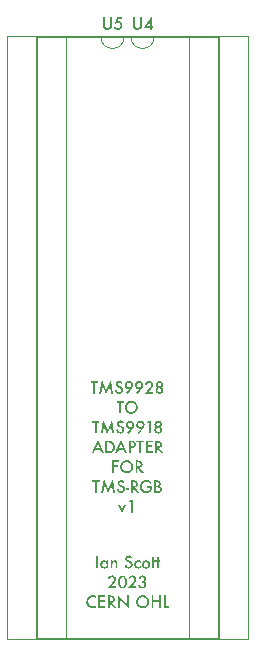
<source format=gbr>
%TF.GenerationSoftware,KiCad,Pcbnew,8.0.6*%
%TF.CreationDate,2024-11-04T10:18:01-07:00*%
%TF.ProjectId,TMS9918-9928,544d5339-3931-4382-9d39-3932382e6b69,rev?*%
%TF.SameCoordinates,Original*%
%TF.FileFunction,Legend,Top*%
%TF.FilePolarity,Positive*%
%FSLAX46Y46*%
G04 Gerber Fmt 4.6, Leading zero omitted, Abs format (unit mm)*
G04 Created by KiCad (PCBNEW 8.0.6) date 2024-11-04 10:18:01*
%MOMM*%
%LPD*%
G01*
G04 APERTURE LIST*
%ADD10C,0.150000*%
%ADD11C,0.120000*%
%ADD12R,1.600000X1.600000*%
%ADD13O,1.600000X1.600000*%
G04 APERTURE END LIST*
D10*
G36*
X128319211Y-108670055D02*
G01*
X128319211Y-109733000D01*
X128161919Y-109733000D01*
X128161919Y-108670055D01*
X128319211Y-108670055D01*
G37*
G36*
X128874756Y-109049746D02*
G01*
X128922184Y-109063350D01*
X128967321Y-109086024D01*
X129010167Y-109117767D01*
X129033622Y-109139978D01*
X129033622Y-109060843D01*
X129183831Y-109060843D01*
X129183831Y-109733000D01*
X129033622Y-109733000D01*
X129033622Y-109660459D01*
X128991365Y-109694815D01*
X128947729Y-109720733D01*
X128896171Y-109740021D01*
X128842812Y-109748287D01*
X128829190Y-109748631D01*
X128779199Y-109745119D01*
X128725086Y-109732144D01*
X128675508Y-109709609D01*
X128630465Y-109677514D01*
X128601067Y-109648736D01*
X128570688Y-109608773D01*
X128546594Y-109565273D01*
X128528785Y-109518236D01*
X128517262Y-109467660D01*
X128512024Y-109413547D01*
X128511675Y-109394723D01*
X128511717Y-109393990D01*
X128668967Y-109393990D01*
X128673024Y-109444888D01*
X128687049Y-109494824D01*
X128711092Y-109537796D01*
X128720258Y-109549329D01*
X128759593Y-109583815D01*
X128805392Y-109603986D01*
X128852638Y-109609901D01*
X128902846Y-109604177D01*
X128950636Y-109584656D01*
X128990635Y-109551283D01*
X129018327Y-109510229D01*
X129035763Y-109462783D01*
X129042942Y-109408945D01*
X129043147Y-109397410D01*
X129038993Y-109347399D01*
X129024634Y-109297949D01*
X129000019Y-109254940D01*
X128990635Y-109243293D01*
X128950810Y-109209502D01*
X128903538Y-109189738D01*
X128854103Y-109183942D01*
X128802647Y-109191041D01*
X128757425Y-109212341D01*
X128721723Y-109244025D01*
X128693903Y-109284697D01*
X128676386Y-109330999D01*
X128669173Y-109382929D01*
X128668967Y-109393990D01*
X128511717Y-109393990D01*
X128514817Y-109340330D01*
X128524245Y-109289439D01*
X128539959Y-109242052D01*
X128561958Y-109198169D01*
X128590243Y-109157789D01*
X128601067Y-109145107D01*
X128636253Y-109111158D01*
X128681274Y-109080429D01*
X128730573Y-109059259D01*
X128784150Y-109047650D01*
X128825038Y-109045212D01*
X128874756Y-109049746D01*
G37*
G36*
X129382156Y-109060843D02*
G01*
X129539448Y-109060843D01*
X129539448Y-109124102D01*
X129581260Y-109089588D01*
X129625605Y-109064934D01*
X129672485Y-109050142D01*
X129721898Y-109045212D01*
X129777158Y-109049806D01*
X129825945Y-109063591D01*
X129873095Y-109090083D01*
X129904103Y-109118729D01*
X129931376Y-109160159D01*
X129948126Y-109207497D01*
X129956997Y-109257031D01*
X129960468Y-109314139D01*
X129960523Y-109322916D01*
X129960523Y-109733000D01*
X129803231Y-109733000D01*
X129803231Y-109359064D01*
X129801067Y-109308252D01*
X129792545Y-109259268D01*
X129775876Y-109222288D01*
X129735441Y-109192367D01*
X129683509Y-109183979D01*
X129679155Y-109183942D01*
X129628105Y-109191086D01*
X129584434Y-109217479D01*
X129570956Y-109234744D01*
X129551756Y-109282841D01*
X129543172Y-109332753D01*
X129539725Y-109387078D01*
X129539448Y-109409866D01*
X129539448Y-109733000D01*
X129382156Y-109733000D01*
X129382156Y-109060843D01*
G37*
G36*
X131214222Y-108820752D02*
G01*
X131085017Y-108899154D01*
X131058021Y-108858076D01*
X131023521Y-108822538D01*
X131015164Y-108817089D01*
X130969654Y-108799314D01*
X130925282Y-108795107D01*
X130874499Y-108801395D01*
X130828283Y-108822232D01*
X130813908Y-108833209D01*
X130782001Y-108872307D01*
X130769629Y-108919991D01*
X130769455Y-108926998D01*
X130783049Y-108977095D01*
X130818998Y-109016327D01*
X130863935Y-109043384D01*
X130884494Y-109052539D01*
X130990251Y-109096014D01*
X131036089Y-109116513D01*
X131083425Y-109142469D01*
X131124146Y-109170623D01*
X131162583Y-109205488D01*
X131178562Y-109223997D01*
X131207489Y-109269155D01*
X131226948Y-109319722D01*
X131236298Y-109369211D01*
X131238402Y-109409133D01*
X131235010Y-109462468D01*
X131224835Y-109512196D01*
X131207876Y-109558318D01*
X131179518Y-109607569D01*
X131147861Y-109645877D01*
X131141926Y-109651911D01*
X131103741Y-109684781D01*
X131062276Y-109710850D01*
X131009754Y-109732668D01*
X130961183Y-109744003D01*
X130909331Y-109748537D01*
X130900370Y-109748631D01*
X130850836Y-109745694D01*
X130797258Y-109734845D01*
X130748214Y-109716002D01*
X130703705Y-109689164D01*
X130674689Y-109665100D01*
X130639472Y-109625413D01*
X130610542Y-109579228D01*
X130590750Y-109534468D01*
X130575577Y-109484935D01*
X130565024Y-109430627D01*
X130723049Y-109394967D01*
X130731564Y-109447627D01*
X130746127Y-109495896D01*
X130761884Y-109523683D01*
X130797204Y-109559876D01*
X130841492Y-109582664D01*
X130894748Y-109592048D01*
X130906476Y-109592316D01*
X130955164Y-109586370D01*
X131001366Y-109566323D01*
X131031284Y-109542002D01*
X131061646Y-109500488D01*
X131077995Y-109451418D01*
X131081109Y-109414507D01*
X131075024Y-109365814D01*
X131072561Y-109357598D01*
X131049244Y-109314083D01*
X131045938Y-109309971D01*
X131009474Y-109276582D01*
X130999044Y-109269427D01*
X130954556Y-109244155D01*
X130930900Y-109233279D01*
X130829051Y-109190536D01*
X130778218Y-109166119D01*
X130734162Y-109139031D01*
X130688624Y-109101415D01*
X130653677Y-109059624D01*
X130629319Y-109013659D01*
X130615552Y-108963520D01*
X130612163Y-108920404D01*
X130616522Y-108869914D01*
X130632181Y-108816791D01*
X130659227Y-108768553D01*
X130692234Y-108730352D01*
X130703266Y-108720124D01*
X130745132Y-108688433D01*
X130791228Y-108664526D01*
X130841556Y-108648402D01*
X130896114Y-108640062D01*
X130929190Y-108638792D01*
X130984256Y-108643234D01*
X131035422Y-108656561D01*
X131082688Y-108678773D01*
X131126054Y-108709870D01*
X131165520Y-108749852D01*
X131201087Y-108798718D01*
X131214222Y-108820752D01*
G37*
G36*
X131912512Y-109092351D02*
G01*
X131912512Y-109296293D01*
X131877766Y-109257061D01*
X131840201Y-109222975D01*
X131818967Y-109208610D01*
X131771562Y-109189362D01*
X131722980Y-109183942D01*
X131672061Y-109189881D01*
X131622551Y-109210133D01*
X131583453Y-109241016D01*
X131579853Y-109244758D01*
X131549714Y-109285621D01*
X131530738Y-109332495D01*
X131522924Y-109385379D01*
X131522700Y-109396677D01*
X131527047Y-109446531D01*
X131542074Y-109495761D01*
X131567834Y-109538504D01*
X131577655Y-109550062D01*
X131615546Y-109581618D01*
X131664003Y-109602830D01*
X131714216Y-109609843D01*
X131719560Y-109609901D01*
X131768411Y-109604695D01*
X131816769Y-109586210D01*
X131858121Y-109554729D01*
X131892402Y-109519568D01*
X131912512Y-109496084D01*
X131912512Y-109699538D01*
X131865953Y-109721016D01*
X131819333Y-109736358D01*
X131766813Y-109746282D01*
X131725910Y-109748631D01*
X131670060Y-109745119D01*
X131617730Y-109734583D01*
X131568921Y-109717024D01*
X131523632Y-109692440D01*
X131481863Y-109660832D01*
X131468723Y-109648736D01*
X131433612Y-109609374D01*
X131405765Y-109566579D01*
X131385183Y-109520348D01*
X131371865Y-109470683D01*
X131365812Y-109417583D01*
X131365408Y-109399120D01*
X131369092Y-109344963D01*
X131380143Y-109294053D01*
X131398561Y-109246389D01*
X131424347Y-109201970D01*
X131457500Y-109160797D01*
X131470188Y-109147794D01*
X131511155Y-109112932D01*
X131555471Y-109085283D01*
X131603135Y-109064846D01*
X131654149Y-109051623D01*
X131708511Y-109045612D01*
X131727376Y-109045212D01*
X131781717Y-109048940D01*
X131834280Y-109060127D01*
X131885066Y-109078770D01*
X131912512Y-109092351D01*
G37*
G36*
X132438230Y-109048792D02*
G01*
X132488929Y-109059534D01*
X132536485Y-109077437D01*
X132580898Y-109102502D01*
X132622168Y-109134728D01*
X132635227Y-109147061D01*
X132669839Y-109186969D01*
X132697291Y-109230123D01*
X132717581Y-109276522D01*
X132730710Y-109326167D01*
X132736678Y-109379058D01*
X132737076Y-109397410D01*
X132733469Y-109451763D01*
X132722650Y-109502717D01*
X132704618Y-109550270D01*
X132679373Y-109594422D01*
X132646916Y-109635175D01*
X132634494Y-109648003D01*
X132594277Y-109682201D01*
X132550745Y-109709323D01*
X132503899Y-109729370D01*
X132453739Y-109742342D01*
X132400264Y-109748238D01*
X132381703Y-109748631D01*
X132327715Y-109745025D01*
X132277128Y-109734205D01*
X132229942Y-109716173D01*
X132186156Y-109690929D01*
X132145770Y-109658471D01*
X132133063Y-109646049D01*
X132098948Y-109606301D01*
X132071892Y-109562896D01*
X132051894Y-109515832D01*
X132038953Y-109465111D01*
X132033072Y-109410732D01*
X132032725Y-109393990D01*
X132189972Y-109393990D01*
X132194145Y-109446622D01*
X132208571Y-109497398D01*
X132233300Y-109540064D01*
X132242728Y-109551283D01*
X132283739Y-109584656D01*
X132332889Y-109604177D01*
X132384633Y-109609901D01*
X132436692Y-109604248D01*
X132485858Y-109584972D01*
X132526539Y-109552016D01*
X132556853Y-109507630D01*
X132573492Y-109459316D01*
X132579575Y-109409348D01*
X132579783Y-109397410D01*
X132575572Y-109345959D01*
X132561013Y-109296041D01*
X132536054Y-109253757D01*
X132526539Y-109242560D01*
X132485527Y-109209186D01*
X132436378Y-109189666D01*
X132384633Y-109183942D01*
X132333509Y-109189666D01*
X132284711Y-109209186D01*
X132243705Y-109242560D01*
X132215369Y-109282536D01*
X132197528Y-109329190D01*
X132190182Y-109382522D01*
X132189972Y-109393990D01*
X132032725Y-109393990D01*
X132032679Y-109391792D01*
X132036277Y-109339265D01*
X132047071Y-109289760D01*
X132065060Y-109243277D01*
X132090244Y-109199817D01*
X132122625Y-109159380D01*
X132135017Y-109146572D01*
X132174965Y-109112126D01*
X132218056Y-109084806D01*
X132264289Y-109064613D01*
X132313666Y-109051547D01*
X132366185Y-109045608D01*
X132384389Y-109045212D01*
X132438230Y-109048792D01*
G37*
G36*
X133070223Y-109201527D02*
G01*
X133070223Y-109733000D01*
X132912931Y-109733000D01*
X132912931Y-109201527D01*
X132850405Y-109201527D01*
X132850405Y-109062797D01*
X132912931Y-109062797D01*
X132912931Y-108810739D01*
X133070223Y-108810739D01*
X133070223Y-109062797D01*
X133194298Y-109062797D01*
X133194298Y-109201527D01*
X133070223Y-109201527D01*
G37*
G36*
X133452219Y-109201527D02*
G01*
X133452219Y-109733000D01*
X133294927Y-109733000D01*
X133294927Y-109201527D01*
X133232400Y-109201527D01*
X133232400Y-109062797D01*
X133294927Y-109062797D01*
X133294927Y-108810739D01*
X133452219Y-108810739D01*
X133452219Y-109062797D01*
X133576294Y-109062797D01*
X133576294Y-109201527D01*
X133452219Y-109201527D01*
G37*
G36*
X129441019Y-111256684D02*
G01*
X129834005Y-111256684D01*
X129834005Y-111413000D01*
X129125213Y-111413000D01*
X129491577Y-110965058D01*
X129523596Y-110925102D01*
X129554849Y-110885116D01*
X129581947Y-110849287D01*
X129610685Y-110809370D01*
X129637878Y-110766977D01*
X129661543Y-110720254D01*
X129675348Y-110670346D01*
X129676713Y-110650473D01*
X129669397Y-110598003D01*
X129647450Y-110552334D01*
X129624689Y-110525665D01*
X129582386Y-110494856D01*
X129533144Y-110478267D01*
X129496462Y-110475107D01*
X129441270Y-110481787D01*
X129395677Y-110501829D01*
X129359685Y-110535231D01*
X129333292Y-110581994D01*
X129318632Y-110631169D01*
X129313036Y-110665128D01*
X129154522Y-110665128D01*
X129164009Y-110606377D01*
X129178089Y-110553404D01*
X129196764Y-110506210D01*
X129228809Y-110452275D01*
X129269022Y-110408612D01*
X129317401Y-110375224D01*
X129373947Y-110352108D01*
X129421716Y-110341514D01*
X129474079Y-110336698D01*
X129492554Y-110336377D01*
X129545144Y-110339588D01*
X129594472Y-110349223D01*
X129647897Y-110368580D01*
X129696880Y-110396680D01*
X129735331Y-110427724D01*
X129768865Y-110463507D01*
X129799219Y-110509118D01*
X129820129Y-110558890D01*
X129831596Y-110612822D01*
X129834005Y-110653893D01*
X129829498Y-110707140D01*
X129815974Y-110759719D01*
X129796093Y-110806469D01*
X129787844Y-110821932D01*
X129761261Y-110865896D01*
X129733039Y-110906012D01*
X129719456Y-110924025D01*
X129689054Y-110962913D01*
X129657736Y-111001502D01*
X129622671Y-111043491D01*
X129605883Y-111063244D01*
X129441019Y-111256684D01*
G37*
G36*
X130439225Y-110341168D02*
G01*
X130491023Y-110355542D01*
X130539677Y-110379499D01*
X130585190Y-110413039D01*
X130620716Y-110448308D01*
X130640984Y-110472665D01*
X130675040Y-110522353D01*
X130698128Y-110565950D01*
X130717523Y-110612967D01*
X130733223Y-110663403D01*
X130745229Y-110717258D01*
X130753541Y-110774533D01*
X130758158Y-110835228D01*
X130759197Y-110882993D01*
X130757350Y-110946026D01*
X130751809Y-111005679D01*
X130742574Y-111061950D01*
X130729644Y-111114840D01*
X130713020Y-111164349D01*
X130692702Y-111210476D01*
X130668690Y-111253223D01*
X130640984Y-111292588D01*
X130606785Y-111331780D01*
X130562913Y-111370042D01*
X130515950Y-111398739D01*
X130465895Y-111417870D01*
X130412749Y-111427435D01*
X130385017Y-111428631D01*
X130330192Y-111423848D01*
X130278371Y-111409500D01*
X130229556Y-111385586D01*
X130183746Y-111352107D01*
X130147867Y-111316900D01*
X130127341Y-111292588D01*
X130093215Y-111242680D01*
X130070079Y-111198701D01*
X130050644Y-111151120D01*
X130034912Y-111099936D01*
X130022881Y-111045149D01*
X130014552Y-110986759D01*
X130009925Y-110924768D01*
X130008904Y-110876886D01*
X130166176Y-110876886D01*
X130167678Y-110931272D01*
X130172186Y-110982688D01*
X130179700Y-111031135D01*
X130192683Y-111085351D01*
X130209994Y-111135291D01*
X130227725Y-111173642D01*
X130256064Y-111218942D01*
X130292429Y-111257090D01*
X130338413Y-111282635D01*
X130383796Y-111289901D01*
X130434258Y-111280705D01*
X130479580Y-111253116D01*
X130515553Y-111213152D01*
X130539867Y-111173642D01*
X130560950Y-111128290D01*
X130577672Y-111078696D01*
X130590031Y-111024860D01*
X130598028Y-110966783D01*
X130601360Y-110915145D01*
X130601905Y-110882748D01*
X130600390Y-110829184D01*
X130595847Y-110778554D01*
X130586396Y-110721670D01*
X130572583Y-110669011D01*
X130554407Y-110620576D01*
X130539867Y-110590634D01*
X130511278Y-110545619D01*
X130474798Y-110507712D01*
X130428905Y-110482327D01*
X130383796Y-110475107D01*
X130333571Y-110484245D01*
X130288407Y-110511660D01*
X130252511Y-110551373D01*
X130228213Y-110590634D01*
X130207130Y-110635599D01*
X130190409Y-110684583D01*
X130178050Y-110737586D01*
X130170053Y-110794607D01*
X130166721Y-110845195D01*
X130166176Y-110876886D01*
X130008904Y-110876886D01*
X130008883Y-110875909D01*
X130010734Y-110814311D01*
X130016287Y-110755910D01*
X130025542Y-110700707D01*
X130038498Y-110648703D01*
X130055156Y-110599896D01*
X130075516Y-110554287D01*
X130106171Y-110501774D01*
X130127341Y-110472665D01*
X130161564Y-110433402D01*
X130197981Y-110400794D01*
X130244578Y-110370449D01*
X130294335Y-110349686D01*
X130347251Y-110338507D01*
X130384285Y-110336377D01*
X130439225Y-110341168D01*
G37*
G36*
X131168304Y-111256684D02*
G01*
X131561291Y-111256684D01*
X131561291Y-111413000D01*
X130852498Y-111413000D01*
X131218862Y-110965058D01*
X131250881Y-110925102D01*
X131282135Y-110885116D01*
X131309232Y-110849287D01*
X131337970Y-110809370D01*
X131365164Y-110766977D01*
X131388829Y-110720254D01*
X131402633Y-110670346D01*
X131403999Y-110650473D01*
X131396683Y-110598003D01*
X131374735Y-110552334D01*
X131351975Y-110525665D01*
X131309671Y-110494856D01*
X131260430Y-110478267D01*
X131223747Y-110475107D01*
X131168555Y-110481787D01*
X131122963Y-110501829D01*
X131086970Y-110535231D01*
X131060578Y-110581994D01*
X131045917Y-110631169D01*
X131040321Y-110665128D01*
X130881807Y-110665128D01*
X130891294Y-110606377D01*
X130905375Y-110553404D01*
X130924049Y-110506210D01*
X130956095Y-110452275D01*
X130996307Y-110408612D01*
X131044686Y-110375224D01*
X131101232Y-110352108D01*
X131149001Y-110341514D01*
X131201364Y-110336698D01*
X131219839Y-110336377D01*
X131272430Y-110339588D01*
X131321757Y-110349223D01*
X131375182Y-110368580D01*
X131424166Y-110396680D01*
X131462617Y-110427724D01*
X131496151Y-110463507D01*
X131526504Y-110509118D01*
X131547415Y-110558890D01*
X131558882Y-110612822D01*
X131561291Y-110653893D01*
X131556783Y-110707140D01*
X131543259Y-110759719D01*
X131523379Y-110806469D01*
X131515129Y-110821932D01*
X131488546Y-110865896D01*
X131460325Y-110906012D01*
X131446741Y-110924025D01*
X131416339Y-110962913D01*
X131385022Y-111001502D01*
X131349956Y-111043491D01*
X131333168Y-111063244D01*
X131168304Y-111256684D01*
G37*
G36*
X132040984Y-110926468D02*
G01*
X132040984Y-110787738D01*
X132091978Y-110785902D01*
X132143801Y-110777745D01*
X132175073Y-110764535D01*
X132212431Y-110726937D01*
X132231529Y-110680161D01*
X132236378Y-110633132D01*
X132230093Y-110584566D01*
X132209098Y-110540170D01*
X132191682Y-110519803D01*
X132151450Y-110490864D01*
X132102591Y-110476678D01*
X132077132Y-110475107D01*
X132025467Y-110481512D01*
X131980160Y-110504516D01*
X131975527Y-110508568D01*
X131947105Y-110550417D01*
X131929932Y-110598657D01*
X131924236Y-110622630D01*
X131765478Y-110622630D01*
X131776549Y-110569825D01*
X131791261Y-110522601D01*
X131813026Y-110474561D01*
X131843969Y-110428960D01*
X131866594Y-110405498D01*
X131908635Y-110375257D01*
X131958308Y-110353657D01*
X132008033Y-110341845D01*
X132063601Y-110336647D01*
X132080551Y-110336377D01*
X132130680Y-110339296D01*
X132184606Y-110350082D01*
X132233623Y-110368816D01*
X132277731Y-110395496D01*
X132306232Y-110419420D01*
X132340302Y-110457519D01*
X132366004Y-110500223D01*
X132383338Y-110547532D01*
X132392304Y-110599446D01*
X132393671Y-110631178D01*
X132389558Y-110683683D01*
X132377218Y-110731654D01*
X132352426Y-110781889D01*
X132316437Y-110825954D01*
X132276678Y-110858812D01*
X132321418Y-110890947D01*
X132356901Y-110929830D01*
X132383127Y-110975462D01*
X132400097Y-111027844D01*
X132407168Y-111076651D01*
X132408325Y-111108184D01*
X132404968Y-111159312D01*
X132392564Y-111214382D01*
X132371021Y-111264519D01*
X132340338Y-111309724D01*
X132312826Y-111338994D01*
X132268581Y-111373921D01*
X132219193Y-111400269D01*
X132172768Y-111416026D01*
X132122565Y-111425480D01*
X132068583Y-111428631D01*
X132011593Y-111425274D01*
X131959385Y-111415202D01*
X131911959Y-111398417D01*
X131861361Y-111369411D01*
X131817649Y-111330737D01*
X131786483Y-111291122D01*
X131763578Y-111246241D01*
X131748465Y-111196324D01*
X131739514Y-111143976D01*
X131738123Y-111131387D01*
X131891996Y-111131387D01*
X131904629Y-111180010D01*
X131927693Y-111223310D01*
X131951347Y-111249113D01*
X131994363Y-111275522D01*
X132042443Y-111287949D01*
X132074201Y-111289901D01*
X132123671Y-111283811D01*
X132170594Y-111263278D01*
X132200963Y-111238366D01*
X132231474Y-111194883D01*
X132247072Y-111148144D01*
X132251033Y-111105009D01*
X132246362Y-111055275D01*
X132229940Y-111008594D01*
X132197825Y-110968237D01*
X132176294Y-110952602D01*
X132128877Y-110934737D01*
X132078764Y-110927718D01*
X132040984Y-110926468D01*
G37*
G36*
X128161919Y-112079147D02*
G01*
X128161919Y-112270878D01*
X128118098Y-112237526D01*
X128073800Y-112209827D01*
X128029026Y-112187781D01*
X127974667Y-112168787D01*
X127919620Y-112157933D01*
X127873224Y-112155107D01*
X127823120Y-112157963D01*
X127766334Y-112168931D01*
X127713188Y-112188125D01*
X127663683Y-112215545D01*
X127617819Y-112251191D01*
X127596252Y-112272099D01*
X127563604Y-112309841D01*
X127531730Y-112358453D01*
X127507825Y-112410689D01*
X127491888Y-112466548D01*
X127484694Y-112515865D01*
X127482924Y-112557131D01*
X127485690Y-112607844D01*
X127493991Y-112656030D01*
X127511256Y-112710515D01*
X127536489Y-112761360D01*
X127569691Y-112808563D01*
X127596252Y-112838010D01*
X127632914Y-112870940D01*
X127680198Y-112903088D01*
X127731071Y-112927200D01*
X127785533Y-112943274D01*
X127843585Y-112951311D01*
X127873956Y-112952316D01*
X127924470Y-112949620D01*
X127974360Y-112940430D01*
X128018304Y-112924716D01*
X128062738Y-112902662D01*
X128086936Y-112887836D01*
X128128212Y-112858641D01*
X128161919Y-112831660D01*
X128161919Y-113027542D01*
X128118690Y-113050903D01*
X128065933Y-113073709D01*
X128012215Y-113090814D01*
X127957535Y-113102217D01*
X127901894Y-113107918D01*
X127873712Y-113108631D01*
X127817906Y-113106131D01*
X127764185Y-113098632D01*
X127712546Y-113086134D01*
X127662992Y-113068636D01*
X127615521Y-113046139D01*
X127570134Y-113018643D01*
X127526830Y-112986147D01*
X127485610Y-112948652D01*
X127448115Y-112907249D01*
X127415619Y-112863762D01*
X127388123Y-112818192D01*
X127365626Y-112770538D01*
X127348128Y-112720800D01*
X127335630Y-112668979D01*
X127328131Y-112615073D01*
X127325631Y-112559085D01*
X127327723Y-112508675D01*
X127333997Y-112459663D01*
X127347721Y-112400361D01*
X127367981Y-112343242D01*
X127394776Y-112288305D01*
X127420917Y-112245927D01*
X127451242Y-112204946D01*
X127459476Y-112194919D01*
X127502204Y-112148951D01*
X127547953Y-112109113D01*
X127596726Y-112075404D01*
X127648520Y-112047823D01*
X127703338Y-112026372D01*
X127761177Y-112011049D01*
X127822040Y-112001856D01*
X127885924Y-111998792D01*
X127939162Y-112001617D01*
X127991712Y-112010092D01*
X128043575Y-112024217D01*
X128094752Y-112043992D01*
X128145242Y-112069417D01*
X128161919Y-112079147D01*
G37*
G36*
X128939588Y-112186370D02*
G01*
X128510698Y-112186370D01*
X128510698Y-112436475D01*
X128923956Y-112436475D01*
X128923956Y-112592790D01*
X128510698Y-112592790D01*
X128510698Y-112936684D01*
X128939588Y-112936684D01*
X128939588Y-113093000D01*
X128353405Y-113093000D01*
X128353405Y-112030055D01*
X128939588Y-112030055D01*
X128939588Y-112186370D01*
G37*
G36*
X129382778Y-112031295D02*
G01*
X129441023Y-112036334D01*
X129493579Y-112045248D01*
X129549138Y-112061062D01*
X129596505Y-112082457D01*
X129635680Y-112109434D01*
X129670708Y-112144398D01*
X129702414Y-112190226D01*
X129724256Y-112241477D01*
X129735127Y-112289723D01*
X129738751Y-112341953D01*
X129734736Y-112396495D01*
X129722692Y-112447038D01*
X129702618Y-112493582D01*
X129674515Y-112536126D01*
X129639832Y-112573022D01*
X129600021Y-112602621D01*
X129555080Y-112624923D01*
X129505010Y-112639929D01*
X129831563Y-113093000D01*
X129635436Y-113093000D01*
X129331109Y-112655316D01*
X129302044Y-112655316D01*
X129302044Y-113093000D01*
X129144752Y-113093000D01*
X129144752Y-112516586D01*
X129302044Y-112516586D01*
X129353091Y-112516586D01*
X129406615Y-112513923D01*
X129463483Y-112503101D01*
X129509201Y-112483955D01*
X129549344Y-112449992D01*
X129573430Y-112404042D01*
X129581458Y-112346105D01*
X129573644Y-112291820D01*
X129550203Y-112248766D01*
X129511133Y-112216944D01*
X129456436Y-112196353D01*
X129398918Y-112187774D01*
X129359197Y-112186370D01*
X129302044Y-112186370D01*
X129302044Y-112516586D01*
X129144752Y-112516586D01*
X129144752Y-112030055D01*
X129332086Y-112030055D01*
X129382778Y-112031295D01*
G37*
G36*
X129986901Y-113093000D02*
G01*
X129986901Y-111958003D01*
X130752847Y-112768645D01*
X130752847Y-112030055D01*
X130910139Y-112030055D01*
X130910139Y-113157480D01*
X130144194Y-112348792D01*
X130144194Y-113093000D01*
X129986901Y-113093000D01*
G37*
G36*
X132158258Y-112001348D02*
G01*
X132211251Y-112009019D01*
X132262245Y-112021804D01*
X132311238Y-112039702D01*
X132358232Y-112062714D01*
X132403226Y-112090841D01*
X132446221Y-112124080D01*
X132487215Y-112162434D01*
X132524939Y-112204372D01*
X132557634Y-112248362D01*
X132585298Y-112294406D01*
X132607932Y-112342502D01*
X132625537Y-112392652D01*
X132638112Y-112444855D01*
X132645656Y-112499112D01*
X132648171Y-112555421D01*
X132645645Y-112612028D01*
X132638066Y-112666445D01*
X132625434Y-112718671D01*
X132607749Y-112768706D01*
X132585012Y-112816551D01*
X132557221Y-112862205D01*
X132524378Y-112905669D01*
X132486483Y-112946942D01*
X132444946Y-112984838D01*
X132401303Y-113017681D01*
X132355553Y-113045471D01*
X132307697Y-113068209D01*
X132257734Y-113085894D01*
X132205664Y-113098525D01*
X132151488Y-113106105D01*
X132095206Y-113108631D01*
X132045113Y-113106391D01*
X131996318Y-113099670D01*
X131937148Y-113084969D01*
X131891273Y-113068168D01*
X131846695Y-113046886D01*
X131803414Y-113021125D01*
X131761431Y-112990882D01*
X131730795Y-112965260D01*
X131689121Y-112923980D01*
X131653004Y-112879638D01*
X131622443Y-112832236D01*
X131597439Y-112781773D01*
X131577991Y-112728250D01*
X131564099Y-112671665D01*
X131555765Y-112612020D01*
X131553062Y-112551025D01*
X131710279Y-112551025D01*
X131713141Y-112604236D01*
X131721728Y-112654418D01*
X131736039Y-112701570D01*
X131760768Y-112754155D01*
X131793741Y-112802378D01*
X131827515Y-112839231D01*
X131864882Y-112871809D01*
X131912051Y-112903614D01*
X131961762Y-112927468D01*
X132014015Y-112943370D01*
X132068809Y-112951322D01*
X132097159Y-112952316D01*
X132147715Y-112949507D01*
X132205028Y-112938722D01*
X132258683Y-112919849D01*
X132308680Y-112892887D01*
X132355020Y-112857836D01*
X132376818Y-112837277D01*
X132409677Y-112799635D01*
X132441757Y-112751207D01*
X132465817Y-112699223D01*
X132481857Y-112643684D01*
X132489097Y-112594687D01*
X132490879Y-112553711D01*
X132488130Y-112502224D01*
X132479883Y-112453395D01*
X132462730Y-112398312D01*
X132437660Y-112347058D01*
X132404673Y-112299634D01*
X132378283Y-112270145D01*
X132342026Y-112237004D01*
X132295085Y-112204650D01*
X132244401Y-112180384D01*
X132189973Y-112164207D01*
X132131801Y-112156118D01*
X132101312Y-112155107D01*
X132051126Y-112157916D01*
X131994225Y-112168700D01*
X131940948Y-112187574D01*
X131891294Y-112214536D01*
X131845264Y-112249587D01*
X131823607Y-112270145D01*
X131790959Y-112307013D01*
X131759085Y-112354686D01*
X131735180Y-112406103D01*
X131719243Y-112461264D01*
X131712050Y-112510091D01*
X131710279Y-112551025D01*
X131553062Y-112551025D01*
X131552986Y-112549315D01*
X131555520Y-112493830D01*
X131563122Y-112440337D01*
X131575793Y-112388836D01*
X131593531Y-112339327D01*
X131616337Y-112291810D01*
X131644211Y-112246286D01*
X131677153Y-112202753D01*
X131715164Y-112161213D01*
X131756544Y-112123146D01*
X131799962Y-112090154D01*
X131845418Y-112062237D01*
X131892911Y-112039397D01*
X131942443Y-112021632D01*
X131994013Y-112008943D01*
X132047620Y-112001329D01*
X132103266Y-111998792D01*
X132158258Y-112001348D01*
G37*
G36*
X133007697Y-112452106D02*
G01*
X133460035Y-112452106D01*
X133460035Y-112030055D01*
X133617327Y-112030055D01*
X133617327Y-113093000D01*
X133460035Y-113093000D01*
X133460035Y-112608422D01*
X133007697Y-112608422D01*
X133007697Y-113093000D01*
X132850404Y-113093000D01*
X132850404Y-112030055D01*
X133007697Y-112030055D01*
X133007697Y-112452106D01*
G37*
G36*
X134034494Y-112030055D02*
G01*
X134034494Y-112936684D01*
X134346148Y-112936684D01*
X134346148Y-113093000D01*
X133877201Y-113093000D01*
X133877201Y-112030055D01*
X134034494Y-112030055D01*
G37*
G36*
X128086692Y-94036370D02*
G01*
X128086692Y-94943000D01*
X127929400Y-94943000D01*
X127929400Y-94036370D01*
X127680272Y-94036370D01*
X127680272Y-93880055D01*
X128321165Y-93880055D01*
X128321165Y-94036370D01*
X128086692Y-94036370D01*
G37*
G36*
X128429365Y-94943000D02*
G01*
X128651382Y-93802630D01*
X129013838Y-94626949D01*
X129388995Y-93802630D01*
X129588541Y-94943000D01*
X129425387Y-94943000D01*
X129323538Y-94302595D01*
X129010907Y-94991848D01*
X128707557Y-94302106D01*
X128593985Y-94943000D01*
X128429365Y-94943000D01*
G37*
G36*
X130412128Y-94030752D02*
G01*
X130282924Y-94109154D01*
X130255927Y-94068076D01*
X130221428Y-94032538D01*
X130213070Y-94027089D01*
X130167561Y-94009314D01*
X130123189Y-94005107D01*
X130072405Y-94011395D01*
X130026190Y-94032232D01*
X130011814Y-94043209D01*
X129979908Y-94082307D01*
X129967536Y-94129991D01*
X129967362Y-94136998D01*
X129980955Y-94187095D01*
X130016905Y-94226327D01*
X130061842Y-94253384D01*
X130082400Y-94262539D01*
X130188158Y-94306014D01*
X130233996Y-94326513D01*
X130281332Y-94352469D01*
X130322052Y-94380623D01*
X130360490Y-94415488D01*
X130376469Y-94433997D01*
X130405395Y-94479155D01*
X130424855Y-94529722D01*
X130434205Y-94579211D01*
X130436308Y-94619133D01*
X130432917Y-94672468D01*
X130422741Y-94722196D01*
X130405783Y-94768318D01*
X130377424Y-94817569D01*
X130345768Y-94855877D01*
X130339832Y-94861911D01*
X130301648Y-94894781D01*
X130260183Y-94920850D01*
X130207661Y-94942668D01*
X130159089Y-94954003D01*
X130107237Y-94958537D01*
X130098276Y-94958631D01*
X130048743Y-94955694D01*
X129995164Y-94944845D01*
X129946121Y-94926002D01*
X129901612Y-94899164D01*
X129872596Y-94875100D01*
X129837378Y-94835413D01*
X129808449Y-94789228D01*
X129788656Y-94744468D01*
X129773484Y-94694935D01*
X129762931Y-94640627D01*
X129920956Y-94604967D01*
X129929471Y-94657627D01*
X129944034Y-94705896D01*
X129959791Y-94733683D01*
X129995110Y-94769876D01*
X130039398Y-94792664D01*
X130092655Y-94802048D01*
X130104382Y-94802316D01*
X130153070Y-94796370D01*
X130199272Y-94776323D01*
X130229190Y-94752002D01*
X130259553Y-94710488D01*
X130275902Y-94661418D01*
X130279016Y-94624507D01*
X130272930Y-94575814D01*
X130270467Y-94567598D01*
X130247150Y-94524083D01*
X130243845Y-94519971D01*
X130207380Y-94486582D01*
X130196950Y-94479427D01*
X130152463Y-94454155D01*
X130128807Y-94443279D01*
X130026957Y-94400536D01*
X129976124Y-94376119D01*
X129932069Y-94349031D01*
X129886531Y-94311415D01*
X129851583Y-94269624D01*
X129827226Y-94223659D01*
X129813459Y-94173520D01*
X129810070Y-94130404D01*
X129814429Y-94079914D01*
X129830087Y-94026791D01*
X129857133Y-93978553D01*
X129890140Y-93940352D01*
X129901172Y-93930124D01*
X129943038Y-93898433D01*
X129989135Y-93874526D01*
X130039463Y-93858402D01*
X130094021Y-93850062D01*
X130127097Y-93848792D01*
X130182162Y-93853234D01*
X130233328Y-93866561D01*
X130280594Y-93888773D01*
X130323960Y-93919870D01*
X130363427Y-93959852D01*
X130398994Y-94008718D01*
X130412128Y-94030752D01*
G37*
G36*
X130980986Y-93869992D02*
G01*
X131030677Y-93880837D01*
X131077775Y-93898912D01*
X131122280Y-93924217D01*
X131164191Y-93956752D01*
X131177585Y-93969203D01*
X131213526Y-94008794D01*
X131242031Y-94050994D01*
X131263100Y-94095805D01*
X131276733Y-94143226D01*
X131282929Y-94193258D01*
X131283343Y-94210515D01*
X131278434Y-94265436D01*
X131266412Y-94314036D01*
X131247178Y-94364045D01*
X131220731Y-94415462D01*
X131193183Y-94459385D01*
X131180761Y-94477228D01*
X130816350Y-94979392D01*
X130700823Y-94892197D01*
X130948486Y-94546838D01*
X130913803Y-94550990D01*
X130890844Y-94552211D01*
X130836927Y-94547513D01*
X130786305Y-94533418D01*
X130738980Y-94509926D01*
X130694950Y-94477038D01*
X130671270Y-94454025D01*
X130639894Y-94416172D01*
X130611494Y-94368473D01*
X130591929Y-94316963D01*
X130581200Y-94261643D01*
X130578946Y-94219796D01*
X130579857Y-94206363D01*
X130736239Y-94206363D01*
X130741772Y-94258398D01*
X130758373Y-94304900D01*
X130786041Y-94345868D01*
X130792903Y-94353397D01*
X130831066Y-94385082D01*
X130878334Y-94406381D01*
X130931144Y-94413481D01*
X130983868Y-94406468D01*
X131030877Y-94385428D01*
X131068653Y-94354130D01*
X131098921Y-94314192D01*
X131119268Y-94264751D01*
X131125994Y-94214796D01*
X131126050Y-94209538D01*
X131120445Y-94158848D01*
X131101331Y-94108709D01*
X131072184Y-94068238D01*
X131068653Y-94064458D01*
X131030805Y-94033160D01*
X130983552Y-94012120D01*
X130930412Y-94005107D01*
X130878077Y-94012120D01*
X130831225Y-94033160D01*
X130793391Y-94064458D01*
X130763252Y-94104133D01*
X130742992Y-94152679D01*
X130736294Y-94201270D01*
X130736239Y-94206363D01*
X130579857Y-94206363D01*
X130582553Y-94166602D01*
X130593372Y-94116379D01*
X130611404Y-94069126D01*
X130636649Y-94024845D01*
X130669106Y-93983534D01*
X130681528Y-93970424D01*
X130721622Y-93935065D01*
X130764601Y-93907021D01*
X130810465Y-93886292D01*
X130859215Y-93872880D01*
X130910849Y-93866783D01*
X130928702Y-93866377D01*
X130980986Y-93869992D01*
G37*
G36*
X131844629Y-93869992D02*
G01*
X131894320Y-93880837D01*
X131941418Y-93898912D01*
X131985922Y-93924217D01*
X132027834Y-93956752D01*
X132041228Y-93969203D01*
X132077169Y-94008794D01*
X132105674Y-94050994D01*
X132126743Y-94095805D01*
X132140375Y-94143226D01*
X132146572Y-94193258D01*
X132146985Y-94210515D01*
X132142077Y-94265436D01*
X132130055Y-94314036D01*
X132110821Y-94364045D01*
X132084374Y-94415462D01*
X132056825Y-94459385D01*
X132044403Y-94477228D01*
X131679993Y-94979392D01*
X131564466Y-94892197D01*
X131812128Y-94546838D01*
X131777446Y-94550990D01*
X131754487Y-94552211D01*
X131700570Y-94547513D01*
X131649948Y-94533418D01*
X131602623Y-94509926D01*
X131558593Y-94477038D01*
X131534913Y-94454025D01*
X131503537Y-94416172D01*
X131475137Y-94368473D01*
X131455572Y-94316963D01*
X131444843Y-94261643D01*
X131442589Y-94219796D01*
X131443500Y-94206363D01*
X131599881Y-94206363D01*
X131605415Y-94258398D01*
X131622016Y-94304900D01*
X131649684Y-94345868D01*
X131656546Y-94353397D01*
X131694709Y-94385082D01*
X131741977Y-94406381D01*
X131794787Y-94413481D01*
X131847510Y-94406468D01*
X131894519Y-94385428D01*
X131932296Y-94354130D01*
X131962564Y-94314192D01*
X131982911Y-94264751D01*
X131989637Y-94214796D01*
X131989693Y-94209538D01*
X131984088Y-94158848D01*
X131964974Y-94108709D01*
X131935827Y-94068238D01*
X131932296Y-94064458D01*
X131894448Y-94033160D01*
X131847195Y-94012120D01*
X131794054Y-94005107D01*
X131741719Y-94012120D01*
X131694868Y-94033160D01*
X131657034Y-94064458D01*
X131626895Y-94104133D01*
X131606635Y-94152679D01*
X131599937Y-94201270D01*
X131599881Y-94206363D01*
X131443500Y-94206363D01*
X131446195Y-94166602D01*
X131457014Y-94116379D01*
X131475046Y-94069126D01*
X131500291Y-94024845D01*
X131532749Y-93983534D01*
X131545171Y-93970424D01*
X131585265Y-93935065D01*
X131628244Y-93907021D01*
X131674108Y-93886292D01*
X131722858Y-93872880D01*
X131774492Y-93866783D01*
X131792345Y-93866377D01*
X131844629Y-93869992D01*
G37*
G36*
X132586378Y-94786684D02*
G01*
X132979365Y-94786684D01*
X132979365Y-94943000D01*
X132270572Y-94943000D01*
X132636936Y-94495058D01*
X132668955Y-94455102D01*
X132700209Y-94415116D01*
X132727306Y-94379287D01*
X132756044Y-94339370D01*
X132783238Y-94296977D01*
X132806903Y-94250254D01*
X132820707Y-94200346D01*
X132822072Y-94180473D01*
X132814757Y-94128003D01*
X132792809Y-94082334D01*
X132770049Y-94055665D01*
X132727745Y-94024856D01*
X132678503Y-94008267D01*
X132641821Y-94005107D01*
X132586629Y-94011787D01*
X132541037Y-94031829D01*
X132505044Y-94065231D01*
X132478652Y-94111994D01*
X132463991Y-94161169D01*
X132458395Y-94195128D01*
X132299881Y-94195128D01*
X132309368Y-94136377D01*
X132323449Y-94083404D01*
X132342123Y-94036210D01*
X132374169Y-93982275D01*
X132414381Y-93938612D01*
X132462760Y-93905224D01*
X132519306Y-93882108D01*
X132567075Y-93871514D01*
X132619438Y-93866698D01*
X132637913Y-93866377D01*
X132690504Y-93869588D01*
X132739831Y-93879223D01*
X132793256Y-93898580D01*
X132842240Y-93926680D01*
X132880691Y-93957724D01*
X132914225Y-93993507D01*
X132944578Y-94039118D01*
X132965489Y-94088890D01*
X132976956Y-94142822D01*
X132979365Y-94183893D01*
X132974857Y-94237140D01*
X132961333Y-94289719D01*
X132941453Y-94336469D01*
X132933203Y-94351932D01*
X132906620Y-94395896D01*
X132878399Y-94436012D01*
X132864815Y-94454025D01*
X132834413Y-94492913D01*
X132803096Y-94531502D01*
X132768030Y-94573491D01*
X132751242Y-94593244D01*
X132586378Y-94786684D01*
G37*
G36*
X133570973Y-93870456D02*
G01*
X133622971Y-93882693D01*
X133670737Y-93903087D01*
X133714273Y-93931639D01*
X133737250Y-93951618D01*
X133771987Y-93990884D01*
X133798192Y-94034311D01*
X133815865Y-94081899D01*
X133825006Y-94133647D01*
X133826399Y-94165086D01*
X133822174Y-94213993D01*
X133806567Y-94266645D01*
X133779459Y-94314551D01*
X133747070Y-94351837D01*
X133706232Y-94385637D01*
X133746686Y-94413094D01*
X133783512Y-94451671D01*
X133806127Y-94486510D01*
X133827124Y-94534035D01*
X133839406Y-94585602D01*
X133843008Y-94635986D01*
X133839813Y-94687231D01*
X133828012Y-94742503D01*
X133807516Y-94792912D01*
X133778324Y-94838460D01*
X133752149Y-94868017D01*
X133709968Y-94903325D01*
X133662924Y-94929960D01*
X133611019Y-94947924D01*
X133562659Y-94956419D01*
X133519630Y-94958631D01*
X133467020Y-94955454D01*
X133417998Y-94945923D01*
X133365343Y-94926772D01*
X133317573Y-94898973D01*
X133280516Y-94868261D01*
X133243496Y-94826492D01*
X133215568Y-94780258D01*
X133196733Y-94729560D01*
X133186990Y-94674397D01*
X133185506Y-94640871D01*
X133185726Y-94637207D01*
X133342798Y-94637207D01*
X133348657Y-94686415D01*
X133368412Y-94734369D01*
X133392380Y-94766412D01*
X133433103Y-94799007D01*
X133479803Y-94816558D01*
X133514257Y-94819901D01*
X133564609Y-94812482D01*
X133609053Y-94790226D01*
X133635401Y-94767145D01*
X133666061Y-94724074D01*
X133682571Y-94675096D01*
X133685715Y-94639161D01*
X133679770Y-94590098D01*
X133659723Y-94542631D01*
X133635401Y-94511178D01*
X133594895Y-94479030D01*
X133548481Y-94461719D01*
X133514257Y-94458422D01*
X133464248Y-94465841D01*
X133419735Y-94488097D01*
X133393112Y-94511178D01*
X133362452Y-94553631D01*
X133345943Y-94601853D01*
X133342798Y-94637207D01*
X133185726Y-94637207D01*
X133188696Y-94587835D01*
X133200946Y-94531072D01*
X133222384Y-94481813D01*
X133253010Y-94440059D01*
X133292824Y-94405810D01*
X133316176Y-94391499D01*
X133276749Y-94358629D01*
X133241060Y-94314985D01*
X133216475Y-94265638D01*
X133202993Y-94210587D01*
X133200160Y-94167773D01*
X133200739Y-94160445D01*
X133357453Y-94160445D01*
X133364910Y-94211629D01*
X133387282Y-94255638D01*
X133402638Y-94273530D01*
X133442932Y-94303418D01*
X133489595Y-94318069D01*
X133513280Y-94319692D01*
X133562290Y-94312073D01*
X133608398Y-94286828D01*
X133623189Y-94273530D01*
X133652919Y-94232802D01*
X133667492Y-94186027D01*
X133669107Y-94162399D01*
X133661528Y-94112874D01*
X133638794Y-94069476D01*
X133623189Y-94051513D01*
X133582898Y-94021467D01*
X133532836Y-94006240D01*
X133513280Y-94005107D01*
X133464111Y-94012766D01*
X133420989Y-94035742D01*
X133403126Y-94051513D01*
X133373554Y-94091761D01*
X133358568Y-94141235D01*
X133357453Y-94160445D01*
X133200739Y-94160445D01*
X133204450Y-94113481D01*
X133217317Y-94063234D01*
X133238764Y-94017030D01*
X133268789Y-93974870D01*
X133289798Y-93952595D01*
X133331450Y-93919000D01*
X133377333Y-93893657D01*
X133427447Y-93876565D01*
X133481791Y-93867724D01*
X133514745Y-93866377D01*
X133570973Y-93870456D01*
G37*
G36*
X130285855Y-95716370D02*
G01*
X130285855Y-96623000D01*
X130128563Y-96623000D01*
X130128563Y-95716370D01*
X129879435Y-95716370D01*
X129879435Y-95560055D01*
X130520328Y-95560055D01*
X130520328Y-95716370D01*
X130285855Y-95716370D01*
G37*
G36*
X131189103Y-95531348D02*
G01*
X131242096Y-95539019D01*
X131293090Y-95551804D01*
X131342083Y-95569702D01*
X131389077Y-95592714D01*
X131434071Y-95620841D01*
X131477066Y-95654080D01*
X131518060Y-95692434D01*
X131555784Y-95734372D01*
X131588479Y-95778362D01*
X131616143Y-95824406D01*
X131638777Y-95872502D01*
X131656382Y-95922652D01*
X131668957Y-95974855D01*
X131676501Y-96029112D01*
X131679016Y-96085421D01*
X131676490Y-96142028D01*
X131668911Y-96196445D01*
X131656279Y-96248671D01*
X131638594Y-96298706D01*
X131615857Y-96346551D01*
X131588066Y-96392205D01*
X131555223Y-96435669D01*
X131517328Y-96476942D01*
X131475791Y-96514838D01*
X131432148Y-96547681D01*
X131386398Y-96575471D01*
X131338542Y-96598209D01*
X131288579Y-96615894D01*
X131236509Y-96628525D01*
X131182333Y-96636105D01*
X131126051Y-96638631D01*
X131075958Y-96636391D01*
X131027163Y-96629670D01*
X130967993Y-96614969D01*
X130922118Y-96598168D01*
X130877540Y-96576886D01*
X130834259Y-96551125D01*
X130792276Y-96520882D01*
X130761640Y-96495260D01*
X130719966Y-96453980D01*
X130683849Y-96409638D01*
X130653288Y-96362236D01*
X130628284Y-96311773D01*
X130608836Y-96258250D01*
X130594944Y-96201665D01*
X130586610Y-96142020D01*
X130583907Y-96081025D01*
X130741124Y-96081025D01*
X130743986Y-96134236D01*
X130752573Y-96184418D01*
X130766884Y-96231570D01*
X130791613Y-96284155D01*
X130824586Y-96332378D01*
X130858360Y-96369231D01*
X130895727Y-96401809D01*
X130942896Y-96433614D01*
X130992607Y-96457468D01*
X131044860Y-96473370D01*
X131099654Y-96481322D01*
X131128004Y-96482316D01*
X131178560Y-96479507D01*
X131235873Y-96468722D01*
X131289528Y-96449849D01*
X131339525Y-96422887D01*
X131385865Y-96387836D01*
X131407663Y-96367277D01*
X131440522Y-96329635D01*
X131472602Y-96281207D01*
X131496662Y-96229223D01*
X131512702Y-96173684D01*
X131519942Y-96124687D01*
X131521724Y-96083711D01*
X131518975Y-96032224D01*
X131510728Y-95983395D01*
X131493575Y-95928312D01*
X131468505Y-95877058D01*
X131435518Y-95829634D01*
X131409128Y-95800145D01*
X131372871Y-95767004D01*
X131325930Y-95734650D01*
X131275246Y-95710384D01*
X131220818Y-95694207D01*
X131162646Y-95686118D01*
X131132157Y-95685107D01*
X131081971Y-95687916D01*
X131025070Y-95698700D01*
X130971793Y-95717574D01*
X130922139Y-95744536D01*
X130876109Y-95779587D01*
X130854452Y-95800145D01*
X130821804Y-95837013D01*
X130789930Y-95884686D01*
X130766025Y-95936103D01*
X130750088Y-95991264D01*
X130742895Y-96040091D01*
X130741124Y-96081025D01*
X130583907Y-96081025D01*
X130583831Y-96079315D01*
X130586365Y-96023830D01*
X130593967Y-95970337D01*
X130606638Y-95918836D01*
X130624376Y-95869327D01*
X130647182Y-95821810D01*
X130675056Y-95776286D01*
X130707998Y-95732753D01*
X130746009Y-95691213D01*
X130787389Y-95653146D01*
X130830807Y-95620154D01*
X130876263Y-95592237D01*
X130923756Y-95569397D01*
X130973288Y-95551632D01*
X131024858Y-95538943D01*
X131078465Y-95531329D01*
X131134111Y-95528792D01*
X131189103Y-95531348D01*
G37*
G36*
X128190740Y-97396370D02*
G01*
X128190740Y-98303000D01*
X128033448Y-98303000D01*
X128033448Y-97396370D01*
X127784320Y-97396370D01*
X127784320Y-97240055D01*
X128425213Y-97240055D01*
X128425213Y-97396370D01*
X128190740Y-97396370D01*
G37*
G36*
X128533413Y-98303000D02*
G01*
X128755430Y-97162630D01*
X129117886Y-97986949D01*
X129493043Y-97162630D01*
X129692589Y-98303000D01*
X129529435Y-98303000D01*
X129427586Y-97662595D01*
X129114955Y-98351848D01*
X128811605Y-97662106D01*
X128698033Y-98303000D01*
X128533413Y-98303000D01*
G37*
G36*
X130516176Y-97390752D02*
G01*
X130386972Y-97469154D01*
X130359975Y-97428076D01*
X130325476Y-97392538D01*
X130317118Y-97387089D01*
X130271609Y-97369314D01*
X130227237Y-97365107D01*
X130176453Y-97371395D01*
X130130238Y-97392232D01*
X130115862Y-97403209D01*
X130083956Y-97442307D01*
X130071584Y-97489991D01*
X130071410Y-97496998D01*
X130085003Y-97547095D01*
X130120953Y-97586327D01*
X130165890Y-97613384D01*
X130186448Y-97622539D01*
X130292206Y-97666014D01*
X130338044Y-97686513D01*
X130385380Y-97712469D01*
X130426100Y-97740623D01*
X130464538Y-97775488D01*
X130480517Y-97793997D01*
X130509443Y-97839155D01*
X130528903Y-97889722D01*
X130538253Y-97939211D01*
X130540356Y-97979133D01*
X130536965Y-98032468D01*
X130526789Y-98082196D01*
X130509831Y-98128318D01*
X130481472Y-98177569D01*
X130449816Y-98215877D01*
X130443880Y-98221911D01*
X130405696Y-98254781D01*
X130364231Y-98280850D01*
X130311709Y-98302668D01*
X130263137Y-98314003D01*
X130211285Y-98318537D01*
X130202324Y-98318631D01*
X130152791Y-98315694D01*
X130099212Y-98304845D01*
X130050169Y-98286002D01*
X130005660Y-98259164D01*
X129976644Y-98235100D01*
X129941426Y-98195413D01*
X129912497Y-98149228D01*
X129892704Y-98104468D01*
X129877532Y-98054935D01*
X129866979Y-98000627D01*
X130025004Y-97964967D01*
X130033519Y-98017627D01*
X130048082Y-98065896D01*
X130063839Y-98093683D01*
X130099158Y-98129876D01*
X130143446Y-98152664D01*
X130196703Y-98162048D01*
X130208430Y-98162316D01*
X130257118Y-98156370D01*
X130303320Y-98136323D01*
X130333238Y-98112002D01*
X130363601Y-98070488D01*
X130379950Y-98021418D01*
X130383064Y-97984507D01*
X130376978Y-97935814D01*
X130374515Y-97927598D01*
X130351198Y-97884083D01*
X130347893Y-97879971D01*
X130311428Y-97846582D01*
X130300998Y-97839427D01*
X130256511Y-97814155D01*
X130232855Y-97803279D01*
X130131005Y-97760536D01*
X130080172Y-97736119D01*
X130036117Y-97709031D01*
X129990579Y-97671415D01*
X129955631Y-97629624D01*
X129931274Y-97583659D01*
X129917507Y-97533520D01*
X129914118Y-97490404D01*
X129918477Y-97439914D01*
X129934135Y-97386791D01*
X129961181Y-97338553D01*
X129994188Y-97300352D01*
X130005220Y-97290124D01*
X130047086Y-97258433D01*
X130093183Y-97234526D01*
X130143511Y-97218402D01*
X130198069Y-97210062D01*
X130231145Y-97208792D01*
X130286210Y-97213234D01*
X130337376Y-97226561D01*
X130384642Y-97248773D01*
X130428008Y-97279870D01*
X130467475Y-97319852D01*
X130503042Y-97368718D01*
X130516176Y-97390752D01*
G37*
G36*
X131085034Y-97229992D02*
G01*
X131134725Y-97240837D01*
X131181823Y-97258912D01*
X131226328Y-97284217D01*
X131268239Y-97316752D01*
X131281633Y-97329203D01*
X131317574Y-97368794D01*
X131346079Y-97410994D01*
X131367148Y-97455805D01*
X131380781Y-97503226D01*
X131386977Y-97553258D01*
X131387391Y-97570515D01*
X131382482Y-97625436D01*
X131370460Y-97674036D01*
X131351226Y-97724045D01*
X131324779Y-97775462D01*
X131297231Y-97819385D01*
X131284809Y-97837228D01*
X130920398Y-98339392D01*
X130804871Y-98252197D01*
X131052534Y-97906838D01*
X131017851Y-97910990D01*
X130994892Y-97912211D01*
X130940975Y-97907513D01*
X130890353Y-97893418D01*
X130843028Y-97869926D01*
X130798998Y-97837038D01*
X130775318Y-97814025D01*
X130743942Y-97776172D01*
X130715542Y-97728473D01*
X130695977Y-97676963D01*
X130685248Y-97621643D01*
X130682994Y-97579796D01*
X130683905Y-97566363D01*
X130840287Y-97566363D01*
X130845820Y-97618398D01*
X130862421Y-97664900D01*
X130890089Y-97705868D01*
X130896951Y-97713397D01*
X130935114Y-97745082D01*
X130982382Y-97766381D01*
X131035192Y-97773481D01*
X131087916Y-97766468D01*
X131134925Y-97745428D01*
X131172701Y-97714130D01*
X131202969Y-97674192D01*
X131223316Y-97624751D01*
X131230042Y-97574796D01*
X131230098Y-97569538D01*
X131224493Y-97518848D01*
X131205379Y-97468709D01*
X131176232Y-97428238D01*
X131172701Y-97424458D01*
X131134853Y-97393160D01*
X131087600Y-97372120D01*
X131034460Y-97365107D01*
X130982125Y-97372120D01*
X130935273Y-97393160D01*
X130897439Y-97424458D01*
X130867300Y-97464133D01*
X130847040Y-97512679D01*
X130840342Y-97561270D01*
X130840287Y-97566363D01*
X130683905Y-97566363D01*
X130686601Y-97526602D01*
X130697420Y-97476379D01*
X130715452Y-97429126D01*
X130740697Y-97384845D01*
X130773154Y-97343534D01*
X130785576Y-97330424D01*
X130825670Y-97295065D01*
X130868649Y-97267021D01*
X130914513Y-97246292D01*
X130963263Y-97232880D01*
X131014897Y-97226783D01*
X131032750Y-97226377D01*
X131085034Y-97229992D01*
G37*
G36*
X131948677Y-97229992D02*
G01*
X131998368Y-97240837D01*
X132045466Y-97258912D01*
X132089970Y-97284217D01*
X132131882Y-97316752D01*
X132145276Y-97329203D01*
X132181217Y-97368794D01*
X132209722Y-97410994D01*
X132230791Y-97455805D01*
X132244423Y-97503226D01*
X132250620Y-97553258D01*
X132251033Y-97570515D01*
X132246125Y-97625436D01*
X132234103Y-97674036D01*
X132214869Y-97724045D01*
X132188422Y-97775462D01*
X132160873Y-97819385D01*
X132148451Y-97837228D01*
X131784041Y-98339392D01*
X131668514Y-98252197D01*
X131916176Y-97906838D01*
X131881494Y-97910990D01*
X131858535Y-97912211D01*
X131804618Y-97907513D01*
X131753996Y-97893418D01*
X131706671Y-97869926D01*
X131662641Y-97837038D01*
X131638961Y-97814025D01*
X131607585Y-97776172D01*
X131579185Y-97728473D01*
X131559620Y-97676963D01*
X131548891Y-97621643D01*
X131546637Y-97579796D01*
X131547548Y-97566363D01*
X131703929Y-97566363D01*
X131709463Y-97618398D01*
X131726064Y-97664900D01*
X131753732Y-97705868D01*
X131760594Y-97713397D01*
X131798757Y-97745082D01*
X131846025Y-97766381D01*
X131898835Y-97773481D01*
X131951558Y-97766468D01*
X131998567Y-97745428D01*
X132036344Y-97714130D01*
X132066612Y-97674192D01*
X132086959Y-97624751D01*
X132093685Y-97574796D01*
X132093741Y-97569538D01*
X132088136Y-97518848D01*
X132069022Y-97468709D01*
X132039875Y-97428238D01*
X132036344Y-97424458D01*
X131998496Y-97393160D01*
X131951243Y-97372120D01*
X131898102Y-97365107D01*
X131845767Y-97372120D01*
X131798916Y-97393160D01*
X131761082Y-97424458D01*
X131730943Y-97464133D01*
X131710683Y-97512679D01*
X131703985Y-97561270D01*
X131703929Y-97566363D01*
X131547548Y-97566363D01*
X131550243Y-97526602D01*
X131561062Y-97476379D01*
X131579094Y-97429126D01*
X131604339Y-97384845D01*
X131636797Y-97343534D01*
X131649219Y-97330424D01*
X131689313Y-97295065D01*
X131732292Y-97267021D01*
X131778156Y-97246292D01*
X131826906Y-97232880D01*
X131878540Y-97226783D01*
X131896393Y-97226377D01*
X131948677Y-97229992D01*
G37*
G36*
X132604697Y-97396370D02*
G01*
X132422247Y-97396370D01*
X132509686Y-97240055D01*
X132761989Y-97240055D01*
X132761989Y-98310815D01*
X132604697Y-98310815D01*
X132604697Y-97396370D01*
G37*
G36*
X133466926Y-97230456D02*
G01*
X133518924Y-97242693D01*
X133566690Y-97263087D01*
X133610226Y-97291639D01*
X133633204Y-97311618D01*
X133667940Y-97350884D01*
X133694145Y-97394311D01*
X133711818Y-97441899D01*
X133720959Y-97493647D01*
X133722352Y-97525086D01*
X133718128Y-97573993D01*
X133702520Y-97626645D01*
X133675412Y-97674551D01*
X133643023Y-97711837D01*
X133602185Y-97745637D01*
X133642640Y-97773094D01*
X133679465Y-97811671D01*
X133702080Y-97846510D01*
X133723077Y-97894035D01*
X133735359Y-97945602D01*
X133738961Y-97995986D01*
X133735766Y-98047231D01*
X133723965Y-98102503D01*
X133703469Y-98152912D01*
X133674277Y-98198460D01*
X133648102Y-98228017D01*
X133605921Y-98263325D01*
X133558877Y-98289960D01*
X133506972Y-98307924D01*
X133458612Y-98316419D01*
X133415583Y-98318631D01*
X133362973Y-98315454D01*
X133313951Y-98305923D01*
X133261296Y-98286772D01*
X133213527Y-98258973D01*
X133176469Y-98228261D01*
X133139449Y-98186492D01*
X133111521Y-98140258D01*
X133092686Y-98089560D01*
X133082943Y-98034397D01*
X133081459Y-98000871D01*
X133081679Y-97997207D01*
X133238751Y-97997207D01*
X133244610Y-98046415D01*
X133264365Y-98094369D01*
X133288333Y-98126412D01*
X133329056Y-98159007D01*
X133375756Y-98176558D01*
X133410210Y-98179901D01*
X133460562Y-98172482D01*
X133505007Y-98150226D01*
X133531354Y-98127145D01*
X133562014Y-98084074D01*
X133578524Y-98035096D01*
X133581668Y-97999161D01*
X133575723Y-97950098D01*
X133555676Y-97902631D01*
X133531354Y-97871178D01*
X133490848Y-97839030D01*
X133444434Y-97821719D01*
X133410210Y-97818422D01*
X133360201Y-97825841D01*
X133315688Y-97848097D01*
X133289065Y-97871178D01*
X133258405Y-97913631D01*
X133241896Y-97961853D01*
X133238751Y-97997207D01*
X133081679Y-97997207D01*
X133084649Y-97947835D01*
X133096899Y-97891072D01*
X133118337Y-97841813D01*
X133148963Y-97800059D01*
X133188777Y-97765810D01*
X133212129Y-97751499D01*
X133172702Y-97718629D01*
X133137013Y-97674985D01*
X133112428Y-97625638D01*
X133098946Y-97570587D01*
X133096113Y-97527773D01*
X133096692Y-97520445D01*
X133253406Y-97520445D01*
X133260863Y-97571629D01*
X133283235Y-97615638D01*
X133298591Y-97633530D01*
X133338885Y-97663418D01*
X133385548Y-97678069D01*
X133409233Y-97679692D01*
X133458243Y-97672073D01*
X133504352Y-97646828D01*
X133519142Y-97633530D01*
X133548872Y-97592802D01*
X133563445Y-97546027D01*
X133565060Y-97522399D01*
X133557482Y-97472874D01*
X133534747Y-97429476D01*
X133519142Y-97411513D01*
X133478851Y-97381467D01*
X133428789Y-97366240D01*
X133409233Y-97365107D01*
X133360064Y-97372766D01*
X133316942Y-97395742D01*
X133299079Y-97411513D01*
X133269508Y-97451761D01*
X133254521Y-97501235D01*
X133253406Y-97520445D01*
X133096692Y-97520445D01*
X133100403Y-97473481D01*
X133113271Y-97423234D01*
X133134717Y-97377030D01*
X133164742Y-97334870D01*
X133185751Y-97312595D01*
X133227403Y-97279000D01*
X133273286Y-97253657D01*
X133323400Y-97236565D01*
X133377745Y-97227724D01*
X133410698Y-97226377D01*
X133466926Y-97230456D01*
G37*
G36*
X128790356Y-99990815D02*
G01*
X128616211Y-99990815D01*
X128505325Y-99732895D01*
X128053475Y-99732895D01*
X127935995Y-99990815D01*
X127764292Y-99990815D01*
X127955210Y-99576579D01*
X128119909Y-99576579D01*
X128440356Y-99576579D01*
X128284041Y-99215833D01*
X128119909Y-99576579D01*
X127955210Y-99576579D01*
X128286727Y-98857284D01*
X128790356Y-99990815D01*
G37*
G36*
X129198523Y-98921162D02*
G01*
X129251025Y-98924485D01*
X129306351Y-98931162D01*
X129355296Y-98940854D01*
X129392170Y-98951562D01*
X129440378Y-98969880D01*
X129486326Y-98993572D01*
X129530015Y-99022637D01*
X129571445Y-99057075D01*
X129609627Y-99096043D01*
X129642718Y-99137965D01*
X129670718Y-99182841D01*
X129693627Y-99230670D01*
X129711445Y-99281454D01*
X129724173Y-99335191D01*
X129731809Y-99391882D01*
X129734355Y-99451527D01*
X129731702Y-99511367D01*
X129723745Y-99568275D01*
X129710484Y-99622253D01*
X129691917Y-99673300D01*
X129668047Y-99721415D01*
X129638871Y-99766600D01*
X129604391Y-99808854D01*
X129564606Y-99848177D01*
X129521466Y-99883058D01*
X129477289Y-99912230D01*
X129432074Y-99935693D01*
X129385820Y-99953446D01*
X129337658Y-99966376D01*
X129288029Y-99974659D01*
X129231410Y-99980113D01*
X129177317Y-99982538D01*
X129138402Y-99983000D01*
X128920537Y-99983000D01*
X128920537Y-99826684D01*
X129077830Y-99826684D01*
X129150126Y-99826684D01*
X129201722Y-99825280D01*
X129254367Y-99820342D01*
X129306154Y-99810687D01*
X129329400Y-99804214D01*
X129376955Y-99784636D01*
X129421219Y-99758477D01*
X129458604Y-99728987D01*
X129498862Y-99686795D01*
X129530790Y-99640086D01*
X129554389Y-99588861D01*
X129569659Y-99533119D01*
X129576021Y-99483218D01*
X129577062Y-99451771D01*
X129574206Y-99399413D01*
X129565637Y-99350263D01*
X129547814Y-99295517D01*
X129521765Y-99245391D01*
X129487490Y-99199884D01*
X129460070Y-99172113D01*
X129417174Y-99139576D01*
X129367254Y-99113770D01*
X129320288Y-99097407D01*
X129268445Y-99085720D01*
X129211724Y-99078708D01*
X129162836Y-99076464D01*
X129150126Y-99076370D01*
X129077830Y-99076370D01*
X129077830Y-99826684D01*
X128920537Y-99826684D01*
X128920537Y-98920055D01*
X129141333Y-98920055D01*
X129198523Y-98921162D01*
G37*
G36*
X130791193Y-99990815D02*
G01*
X130617048Y-99990815D01*
X130506162Y-99732895D01*
X130054313Y-99732895D01*
X129936832Y-99990815D01*
X129765129Y-99990815D01*
X129956047Y-99576579D01*
X130120747Y-99576579D01*
X130441193Y-99576579D01*
X130284878Y-99215833D01*
X130120747Y-99576579D01*
X129956047Y-99576579D01*
X130287565Y-98857284D01*
X130791193Y-99990815D01*
G37*
G36*
X131157475Y-98920931D02*
G01*
X131206350Y-98923561D01*
X131260019Y-98929518D01*
X131303371Y-98938373D01*
X131352509Y-98956863D01*
X131396977Y-98984489D01*
X131424027Y-99007982D01*
X131459620Y-99049075D01*
X131486471Y-99094562D01*
X131504580Y-99144444D01*
X131513946Y-99198720D01*
X131515373Y-99231709D01*
X131511930Y-99283818D01*
X131501600Y-99331703D01*
X131480845Y-99382229D01*
X131450717Y-99427005D01*
X131417432Y-99460808D01*
X131371310Y-99493737D01*
X131326568Y-99515524D01*
X131277017Y-99531369D01*
X131222658Y-99541272D01*
X131173685Y-99544986D01*
X131153161Y-99545316D01*
X131078667Y-99545316D01*
X131078667Y-99975184D01*
X130921375Y-99975184D01*
X130921375Y-99406586D01*
X131078667Y-99406586D01*
X131138018Y-99406586D01*
X131189596Y-99403823D01*
X131244396Y-99392599D01*
X131295974Y-99367732D01*
X131332078Y-99330431D01*
X131352708Y-99280697D01*
X131358081Y-99229755D01*
X131352542Y-99180501D01*
X131331269Y-99132415D01*
X131294043Y-99096351D01*
X131240863Y-99072309D01*
X131184360Y-99061456D01*
X131131179Y-99058785D01*
X131078667Y-99058785D01*
X131078667Y-99406586D01*
X130921375Y-99406586D01*
X130921375Y-98920055D01*
X131102359Y-98920055D01*
X131157475Y-98920931D01*
G37*
G36*
X131974550Y-99076370D02*
G01*
X131974550Y-99983000D01*
X131817258Y-99983000D01*
X131817258Y-99076370D01*
X131568130Y-99076370D01*
X131568130Y-98920055D01*
X132209023Y-98920055D01*
X132209023Y-99076370D01*
X131974550Y-99076370D01*
G37*
G36*
X132938821Y-99076370D02*
G01*
X132509930Y-99076370D01*
X132509930Y-99326475D01*
X132923189Y-99326475D01*
X132923189Y-99482790D01*
X132509930Y-99482790D01*
X132509930Y-99826684D01*
X132938821Y-99826684D01*
X132938821Y-99983000D01*
X132352638Y-99983000D01*
X132352638Y-98920055D01*
X132938821Y-98920055D01*
X132938821Y-99076370D01*
G37*
G36*
X133382011Y-98921295D02*
G01*
X133440256Y-98926334D01*
X133492812Y-98935248D01*
X133548371Y-98951062D01*
X133595738Y-98972457D01*
X133634913Y-98999434D01*
X133669941Y-99034398D01*
X133701647Y-99080226D01*
X133723489Y-99131477D01*
X133734360Y-99179723D01*
X133737983Y-99231953D01*
X133733969Y-99286495D01*
X133721924Y-99337038D01*
X133701851Y-99383582D01*
X133673748Y-99426126D01*
X133639065Y-99463022D01*
X133599253Y-99492621D01*
X133554313Y-99514923D01*
X133504243Y-99529929D01*
X133830796Y-99983000D01*
X133634669Y-99983000D01*
X133330342Y-99545316D01*
X133301277Y-99545316D01*
X133301277Y-99983000D01*
X133143985Y-99983000D01*
X133143985Y-99406586D01*
X133301277Y-99406586D01*
X133352324Y-99406586D01*
X133405847Y-99403923D01*
X133462716Y-99393101D01*
X133508434Y-99373955D01*
X133548577Y-99339992D01*
X133572662Y-99294042D01*
X133580691Y-99236105D01*
X133572877Y-99181820D01*
X133549436Y-99138766D01*
X133510366Y-99106944D01*
X133455669Y-99086353D01*
X133398150Y-99077774D01*
X133358430Y-99076370D01*
X133301277Y-99076370D01*
X133301277Y-99406586D01*
X133143985Y-99406586D01*
X133143985Y-98920055D01*
X133331319Y-98920055D01*
X133382011Y-98921295D01*
G37*
G36*
X130055779Y-100756370D02*
G01*
X129689414Y-100756370D01*
X129689414Y-101006475D01*
X130047963Y-101006475D01*
X130047963Y-101162790D01*
X129689414Y-101162790D01*
X129689414Y-101670815D01*
X129532122Y-101670815D01*
X129532122Y-100600055D01*
X130055779Y-100600055D01*
X130055779Y-100756370D01*
G37*
G36*
X130803688Y-100571348D02*
G01*
X130856681Y-100579019D01*
X130907675Y-100591804D01*
X130956668Y-100609702D01*
X131003662Y-100632714D01*
X131048656Y-100660841D01*
X131091651Y-100694080D01*
X131132645Y-100732434D01*
X131170369Y-100774372D01*
X131203063Y-100818362D01*
X131230728Y-100864406D01*
X131253362Y-100912502D01*
X131270967Y-100962652D01*
X131283541Y-101014855D01*
X131291086Y-101069112D01*
X131293601Y-101125421D01*
X131291075Y-101182028D01*
X131283496Y-101236445D01*
X131270864Y-101288671D01*
X131253179Y-101338706D01*
X131230442Y-101386551D01*
X131202651Y-101432205D01*
X131169808Y-101475669D01*
X131131912Y-101516942D01*
X131090376Y-101554838D01*
X131046733Y-101587681D01*
X131000983Y-101615471D01*
X130953127Y-101638209D01*
X130903164Y-101655894D01*
X130851094Y-101668525D01*
X130796918Y-101676105D01*
X130740635Y-101678631D01*
X130690543Y-101676391D01*
X130641748Y-101669670D01*
X130582578Y-101654969D01*
X130536703Y-101638168D01*
X130492125Y-101616886D01*
X130448844Y-101591125D01*
X130406861Y-101560882D01*
X130376225Y-101535260D01*
X130334551Y-101493980D01*
X130298434Y-101449638D01*
X130267873Y-101402236D01*
X130242869Y-101351773D01*
X130223421Y-101298250D01*
X130209529Y-101241665D01*
X130201195Y-101182020D01*
X130198492Y-101121025D01*
X130355709Y-101121025D01*
X130358571Y-101174236D01*
X130367158Y-101224418D01*
X130381469Y-101271570D01*
X130406198Y-101324155D01*
X130439171Y-101372378D01*
X130472945Y-101409231D01*
X130510312Y-101441809D01*
X130557481Y-101473614D01*
X130607192Y-101497468D01*
X130659445Y-101513370D01*
X130714239Y-101521322D01*
X130742589Y-101522316D01*
X130793145Y-101519507D01*
X130850458Y-101508722D01*
X130904113Y-101489849D01*
X130954110Y-101462887D01*
X131000449Y-101427836D01*
X131022247Y-101407277D01*
X131055107Y-101369635D01*
X131087187Y-101321207D01*
X131111247Y-101269223D01*
X131127286Y-101213684D01*
X131134527Y-101164687D01*
X131136309Y-101123711D01*
X131133560Y-101072224D01*
X131125313Y-101023395D01*
X131108160Y-100968312D01*
X131083090Y-100917058D01*
X131050103Y-100869634D01*
X131023713Y-100840145D01*
X130987456Y-100807004D01*
X130940515Y-100774650D01*
X130889831Y-100750384D01*
X130835403Y-100734207D01*
X130777231Y-100726118D01*
X130746742Y-100725107D01*
X130696556Y-100727916D01*
X130639655Y-100738700D01*
X130586378Y-100757574D01*
X130536724Y-100784536D01*
X130490694Y-100819587D01*
X130469037Y-100840145D01*
X130436389Y-100877013D01*
X130404515Y-100924686D01*
X130380610Y-100976103D01*
X130364673Y-101031264D01*
X130357479Y-101080091D01*
X130355709Y-101121025D01*
X130198492Y-101121025D01*
X130198416Y-101119315D01*
X130200950Y-101063830D01*
X130208552Y-101010337D01*
X130221223Y-100958836D01*
X130238961Y-100909327D01*
X130261767Y-100861810D01*
X130289641Y-100816286D01*
X130322583Y-100772753D01*
X130360594Y-100731213D01*
X130401974Y-100693146D01*
X130445392Y-100660154D01*
X130490848Y-100632237D01*
X130538341Y-100609397D01*
X130587873Y-100591632D01*
X130639443Y-100578943D01*
X130693050Y-100571329D01*
X130748695Y-100568792D01*
X130803688Y-100571348D01*
G37*
G36*
X131733860Y-100601295D02*
G01*
X131792105Y-100606334D01*
X131844662Y-100615248D01*
X131900220Y-100631062D01*
X131947587Y-100652457D01*
X131986762Y-100679434D01*
X132021790Y-100714398D01*
X132053497Y-100760226D01*
X132075339Y-100811477D01*
X132086209Y-100859723D01*
X132089833Y-100911953D01*
X132085818Y-100966495D01*
X132073774Y-101017038D01*
X132053700Y-101063582D01*
X132025597Y-101106126D01*
X131990915Y-101143022D01*
X131951103Y-101172621D01*
X131906162Y-101194923D01*
X131856093Y-101209929D01*
X132182645Y-101663000D01*
X131986518Y-101663000D01*
X131682192Y-101225316D01*
X131653127Y-101225316D01*
X131653127Y-101663000D01*
X131495834Y-101663000D01*
X131495834Y-101086586D01*
X131653127Y-101086586D01*
X131704173Y-101086586D01*
X131757697Y-101083923D01*
X131814566Y-101073101D01*
X131860284Y-101053955D01*
X131900426Y-101019992D01*
X131924512Y-100974042D01*
X131932541Y-100916105D01*
X131924727Y-100861820D01*
X131901285Y-100818766D01*
X131862216Y-100786944D01*
X131807519Y-100766353D01*
X131750000Y-100757774D01*
X131710280Y-100756370D01*
X131653127Y-100756370D01*
X131653127Y-101086586D01*
X131495834Y-101086586D01*
X131495834Y-100600055D01*
X131683169Y-100600055D01*
X131733860Y-100601295D01*
G37*
G36*
X128248869Y-102436370D02*
G01*
X128248869Y-103343000D01*
X128091577Y-103343000D01*
X128091577Y-102436370D01*
X127842449Y-102436370D01*
X127842449Y-102280055D01*
X128483342Y-102280055D01*
X128483342Y-102436370D01*
X128248869Y-102436370D01*
G37*
G36*
X128591542Y-103343000D02*
G01*
X128813559Y-102202630D01*
X129176015Y-103026949D01*
X129551172Y-102202630D01*
X129750718Y-103343000D01*
X129587564Y-103343000D01*
X129485715Y-102702595D01*
X129173084Y-103391848D01*
X128869734Y-102702106D01*
X128756162Y-103343000D01*
X128591542Y-103343000D01*
G37*
G36*
X130574305Y-102430752D02*
G01*
X130445101Y-102509154D01*
X130418104Y-102468076D01*
X130383605Y-102432538D01*
X130375247Y-102427089D01*
X130329738Y-102409314D01*
X130285366Y-102405107D01*
X130234582Y-102411395D01*
X130188367Y-102432232D01*
X130173991Y-102443209D01*
X130142085Y-102482307D01*
X130129713Y-102529991D01*
X130129539Y-102536998D01*
X130143132Y-102587095D01*
X130179082Y-102626327D01*
X130224019Y-102653384D01*
X130244577Y-102662539D01*
X130350335Y-102706014D01*
X130396173Y-102726513D01*
X130443509Y-102752469D01*
X130484229Y-102780623D01*
X130522667Y-102815488D01*
X130538646Y-102833997D01*
X130567572Y-102879155D01*
X130587032Y-102929722D01*
X130596382Y-102979211D01*
X130598485Y-103019133D01*
X130595094Y-103072468D01*
X130584918Y-103122196D01*
X130567960Y-103168318D01*
X130539601Y-103217569D01*
X130507945Y-103255877D01*
X130502009Y-103261911D01*
X130463825Y-103294781D01*
X130422360Y-103320850D01*
X130369838Y-103342668D01*
X130321266Y-103354003D01*
X130269414Y-103358537D01*
X130260453Y-103358631D01*
X130210920Y-103355694D01*
X130157341Y-103344845D01*
X130108298Y-103326002D01*
X130063789Y-103299164D01*
X130034773Y-103275100D01*
X129999555Y-103235413D01*
X129970626Y-103189228D01*
X129950833Y-103144468D01*
X129935661Y-103094935D01*
X129925108Y-103040627D01*
X130083133Y-103004967D01*
X130091648Y-103057627D01*
X130106211Y-103105896D01*
X130121968Y-103133683D01*
X130157287Y-103169876D01*
X130201575Y-103192664D01*
X130254832Y-103202048D01*
X130266559Y-103202316D01*
X130315247Y-103196370D01*
X130361449Y-103176323D01*
X130391367Y-103152002D01*
X130421730Y-103110488D01*
X130438079Y-103061418D01*
X130441193Y-103024507D01*
X130435107Y-102975814D01*
X130432644Y-102967598D01*
X130409327Y-102924083D01*
X130406022Y-102919971D01*
X130369557Y-102886582D01*
X130359127Y-102879427D01*
X130314640Y-102854155D01*
X130290984Y-102843279D01*
X130189134Y-102800536D01*
X130138301Y-102776119D01*
X130094246Y-102749031D01*
X130048708Y-102711415D01*
X130013760Y-102669624D01*
X129989403Y-102623659D01*
X129975636Y-102573520D01*
X129972247Y-102530404D01*
X129976606Y-102479914D01*
X129992264Y-102426791D01*
X130019310Y-102378553D01*
X130052317Y-102340352D01*
X130063349Y-102330124D01*
X130105215Y-102298433D01*
X130151312Y-102274526D01*
X130201640Y-102258402D01*
X130256198Y-102250062D01*
X130289274Y-102248792D01*
X130344339Y-102253234D01*
X130395505Y-102266561D01*
X130442771Y-102288773D01*
X130486137Y-102319870D01*
X130525604Y-102359852D01*
X130561171Y-102408718D01*
X130574305Y-102430752D01*
G37*
G36*
X130662965Y-102938533D02*
G01*
X130975596Y-102938533D01*
X130975596Y-103077263D01*
X130662965Y-103077263D01*
X130662965Y-102938533D01*
G37*
G36*
X131330859Y-102281295D02*
G01*
X131389104Y-102286334D01*
X131441660Y-102295248D01*
X131497219Y-102311062D01*
X131544586Y-102332457D01*
X131583761Y-102359434D01*
X131618789Y-102394398D01*
X131650495Y-102440226D01*
X131672337Y-102491477D01*
X131683208Y-102539723D01*
X131686831Y-102591953D01*
X131682817Y-102646495D01*
X131670772Y-102697038D01*
X131650699Y-102743582D01*
X131622596Y-102786126D01*
X131587913Y-102823022D01*
X131548102Y-102852621D01*
X131503161Y-102874923D01*
X131453091Y-102889929D01*
X131779644Y-103343000D01*
X131583517Y-103343000D01*
X131279190Y-102905316D01*
X131250125Y-102905316D01*
X131250125Y-103343000D01*
X131092833Y-103343000D01*
X131092833Y-102766586D01*
X131250125Y-102766586D01*
X131301172Y-102766586D01*
X131354696Y-102763923D01*
X131411564Y-102753101D01*
X131457282Y-102733955D01*
X131497425Y-102699992D01*
X131521511Y-102654042D01*
X131529539Y-102596105D01*
X131521725Y-102541820D01*
X131498284Y-102498766D01*
X131459214Y-102466944D01*
X131404517Y-102446353D01*
X131346999Y-102437774D01*
X131307278Y-102436370D01*
X131250125Y-102436370D01*
X131250125Y-102766586D01*
X131092833Y-102766586D01*
X131092833Y-102280055D01*
X131280167Y-102280055D01*
X131330859Y-102281295D01*
G37*
G36*
X132458639Y-102780264D02*
G01*
X132896322Y-102780264D01*
X132896322Y-102815679D01*
X132894978Y-102867146D01*
X132890946Y-102915970D01*
X132883046Y-102968536D01*
X132871635Y-103017652D01*
X132868234Y-103029392D01*
X132849872Y-103076902D01*
X132825558Y-103122712D01*
X132795295Y-103166821D01*
X132775910Y-103190592D01*
X132737904Y-103229976D01*
X132697402Y-103264109D01*
X132654403Y-103292991D01*
X132608909Y-103316621D01*
X132560919Y-103335001D01*
X132510434Y-103348129D01*
X132457452Y-103356005D01*
X132401975Y-103358631D01*
X132347589Y-103356097D01*
X132295195Y-103348495D01*
X132244793Y-103335825D01*
X132196383Y-103318087D01*
X132149966Y-103295281D01*
X132105540Y-103267406D01*
X132063107Y-103234464D01*
X132022665Y-103196454D01*
X131985628Y-103154772D01*
X131953529Y-103111060D01*
X131926369Y-103065318D01*
X131904147Y-103017546D01*
X131886863Y-102967743D01*
X131874517Y-102915910D01*
X131867109Y-102862047D01*
X131864640Y-102806154D01*
X131867151Y-102749070D01*
X131874685Y-102694199D01*
X131887240Y-102641542D01*
X131904818Y-102591098D01*
X131927418Y-102542868D01*
X131955041Y-102496851D01*
X131987685Y-102453047D01*
X132025352Y-102411457D01*
X132066614Y-102373332D01*
X132110043Y-102340291D01*
X132155640Y-102312333D01*
X132203405Y-102289458D01*
X132253337Y-102271666D01*
X132305438Y-102258958D01*
X132359705Y-102251333D01*
X132416141Y-102248792D01*
X132469522Y-102251281D01*
X132521314Y-102258749D01*
X132571516Y-102271196D01*
X132620129Y-102288622D01*
X132647194Y-102300815D01*
X132691910Y-102326578D01*
X132736299Y-102358558D01*
X132774086Y-102390918D01*
X132811633Y-102427846D01*
X132848939Y-102469343D01*
X132735122Y-102577787D01*
X132701630Y-102537315D01*
X132666367Y-102502239D01*
X132619799Y-102465983D01*
X132570464Y-102438159D01*
X132518362Y-102418766D01*
X132463493Y-102407805D01*
X132417606Y-102405107D01*
X132366418Y-102407933D01*
X132317877Y-102416413D01*
X132263122Y-102434050D01*
X132212181Y-102459827D01*
X132165051Y-102493744D01*
X132135750Y-102520878D01*
X132102961Y-102557771D01*
X132070950Y-102605742D01*
X132046941Y-102657748D01*
X132030936Y-102713791D01*
X132023711Y-102763575D01*
X132021933Y-102805421D01*
X132025027Y-102859148D01*
X132034312Y-102909811D01*
X132049786Y-102957408D01*
X132071449Y-103001941D01*
X132099302Y-103043409D01*
X132133345Y-103081811D01*
X132148695Y-103096314D01*
X132193903Y-103132338D01*
X132240503Y-103160909D01*
X132288494Y-103182026D01*
X132337876Y-103195691D01*
X132388649Y-103201902D01*
X132405882Y-103202316D01*
X132456337Y-103198587D01*
X132504477Y-103187402D01*
X132550304Y-103168761D01*
X132593816Y-103142663D01*
X132617641Y-103124402D01*
X132654807Y-103088617D01*
X132687551Y-103044085D01*
X132709914Y-102995675D01*
X132721897Y-102943388D01*
X132722665Y-102936579D01*
X132458639Y-102936579D01*
X132458639Y-102780264D01*
G37*
G36*
X133299811Y-102281093D02*
G01*
X133349992Y-102284742D01*
X133402088Y-102292771D01*
X133418513Y-102296663D01*
X133467003Y-102313748D01*
X133511829Y-102340623D01*
X133525980Y-102352351D01*
X133559192Y-102388598D01*
X133586196Y-102431457D01*
X133596566Y-102453467D01*
X133612789Y-102499617D01*
X133621915Y-102550001D01*
X133623189Y-102577298D01*
X133617602Y-102632268D01*
X133600841Y-102682872D01*
X133572905Y-102729110D01*
X133539296Y-102765987D01*
X133533796Y-102770983D01*
X133578629Y-102790633D01*
X133621782Y-102820534D01*
X133657922Y-102858926D01*
X133667397Y-102872099D01*
X133693543Y-102919221D01*
X133710006Y-102970827D01*
X133716542Y-103021106D01*
X133716978Y-103038673D01*
X133712794Y-103091323D01*
X133700242Y-103140280D01*
X133679321Y-103185543D01*
X133650033Y-103227114D01*
X133629539Y-103249210D01*
X133591907Y-103281949D01*
X133547365Y-103308842D01*
X133511570Y-103322972D01*
X133463160Y-103333533D01*
X133413555Y-103339694D01*
X133364661Y-103342511D01*
X133331807Y-103343000D01*
X133090739Y-103343000D01*
X133090739Y-103186684D01*
X133248032Y-103186684D01*
X133346950Y-103186684D01*
X133397463Y-103184104D01*
X133445713Y-103175035D01*
X133492355Y-103155081D01*
X133505952Y-103145407D01*
X133538696Y-103108187D01*
X133557114Y-103060345D01*
X133559686Y-103031346D01*
X133551180Y-102980518D01*
X133525664Y-102936785D01*
X133508150Y-102918994D01*
X133464266Y-102893408D01*
X133414537Y-102880373D01*
X133359887Y-102874755D01*
X133328876Y-102874053D01*
X133248032Y-102874053D01*
X133248032Y-103186684D01*
X133090739Y-103186684D01*
X133090739Y-102735323D01*
X133248032Y-102735323D01*
X133297125Y-102735323D01*
X133347194Y-102731364D01*
X133395188Y-102716160D01*
X133425108Y-102694779D01*
X133452991Y-102651916D01*
X133464462Y-102603419D01*
X133465896Y-102575100D01*
X133460023Y-102522767D01*
X133440405Y-102477779D01*
X133424131Y-102458596D01*
X133380507Y-102431381D01*
X133331506Y-102420184D01*
X133302986Y-102418785D01*
X133248032Y-102418785D01*
X133248032Y-102735323D01*
X133090739Y-102735323D01*
X133090739Y-102280055D01*
X133249497Y-102280055D01*
X133299811Y-102281093D01*
G37*
G36*
X130206231Y-104350843D02*
G01*
X130378422Y-104726733D01*
X130550125Y-104350843D01*
X130723049Y-104350843D01*
X130377201Y-105065986D01*
X130034040Y-104350843D01*
X130206231Y-104350843D01*
G37*
G36*
X131105045Y-104116370D02*
G01*
X130922596Y-104116370D01*
X131010034Y-103960055D01*
X131262337Y-103960055D01*
X131262337Y-105030815D01*
X131105045Y-105030815D01*
X131105045Y-104116370D01*
G37*
G36*
X131413705Y-63062055D02*
G01*
X131413705Y-63695376D01*
X131415856Y-63751187D01*
X131422307Y-63800009D01*
X131434947Y-63847247D01*
X131458646Y-63893457D01*
X131495404Y-63933208D01*
X131539002Y-63961601D01*
X131589438Y-63978637D01*
X131639180Y-63984227D01*
X131646713Y-63984316D01*
X131697500Y-63979968D01*
X131749073Y-63964352D01*
X131793747Y-63937378D01*
X131831520Y-63899047D01*
X131835757Y-63893457D01*
X131859456Y-63848086D01*
X131873281Y-63794405D01*
X131879118Y-63744237D01*
X131880698Y-63695376D01*
X131880698Y-63062055D01*
X132037990Y-63062055D01*
X132037990Y-63743981D01*
X132035450Y-63794833D01*
X132025695Y-63852077D01*
X132008625Y-63905200D01*
X131984239Y-63954201D01*
X131952537Y-63999081D01*
X131933942Y-64019975D01*
X131896147Y-64054734D01*
X131855728Y-64083602D01*
X131803761Y-64110467D01*
X131757570Y-64126374D01*
X131708754Y-64136389D01*
X131657316Y-64140513D01*
X131646713Y-64140631D01*
X131594832Y-64137685D01*
X131545586Y-64128848D01*
X131498976Y-64114120D01*
X131446523Y-64088669D01*
X131405711Y-64060979D01*
X131367535Y-64027398D01*
X131360216Y-64019975D01*
X131324939Y-63977156D01*
X131296961Y-63930216D01*
X131276281Y-63879154D01*
X131262901Y-63823970D01*
X131257325Y-63774835D01*
X131256413Y-63743981D01*
X131256413Y-63062055D01*
X131413705Y-63062055D01*
G37*
G36*
X132853761Y-63829954D02*
G01*
X132970021Y-63829954D01*
X132970021Y-63968684D01*
X132853761Y-63968684D01*
X132853761Y-64117184D01*
X132696469Y-64117184D01*
X132696469Y-63968684D01*
X132178185Y-63968684D01*
X132273592Y-63829954D01*
X132452959Y-63829954D01*
X132696469Y-63829954D01*
X132696469Y-63474581D01*
X132452959Y-63829954D01*
X132273592Y-63829954D01*
X132853761Y-62986339D01*
X132853761Y-63829954D01*
G37*
G36*
X128873705Y-63062055D02*
G01*
X128873705Y-63695376D01*
X128875856Y-63751187D01*
X128882307Y-63800009D01*
X128894947Y-63847247D01*
X128918646Y-63893457D01*
X128955404Y-63933208D01*
X128999002Y-63961601D01*
X129049438Y-63978637D01*
X129099180Y-63984227D01*
X129106713Y-63984316D01*
X129157500Y-63979968D01*
X129209073Y-63964352D01*
X129253747Y-63937378D01*
X129291520Y-63899047D01*
X129295757Y-63893457D01*
X129319456Y-63848086D01*
X129333281Y-63794405D01*
X129339118Y-63744237D01*
X129340698Y-63695376D01*
X129340698Y-63062055D01*
X129497990Y-63062055D01*
X129497990Y-63743981D01*
X129495450Y-63794833D01*
X129485695Y-63852077D01*
X129468625Y-63905200D01*
X129444239Y-63954201D01*
X129412537Y-63999081D01*
X129393942Y-64019975D01*
X129356147Y-64054734D01*
X129315728Y-64083602D01*
X129263761Y-64110467D01*
X129217570Y-64126374D01*
X129168754Y-64136389D01*
X129117316Y-64140513D01*
X129106713Y-64140631D01*
X129054832Y-64137685D01*
X129005586Y-64128848D01*
X128958976Y-64114120D01*
X128906523Y-64088669D01*
X128865711Y-64060979D01*
X128827535Y-64027398D01*
X128820216Y-64019975D01*
X128784939Y-63977156D01*
X128756961Y-63930216D01*
X128736281Y-63879154D01*
X128722901Y-63823970D01*
X128717325Y-63774835D01*
X128716413Y-63743981D01*
X128716413Y-63062055D01*
X128873705Y-63062055D01*
G37*
G36*
X130360167Y-63218370D02*
G01*
X130033126Y-63218370D01*
X129981102Y-63393004D01*
X130003573Y-63391050D01*
X130023112Y-63390317D01*
X130079131Y-63393966D01*
X130131235Y-63404914D01*
X130179424Y-63423161D01*
X130223697Y-63448706D01*
X130264054Y-63481550D01*
X130276636Y-63494120D01*
X130310502Y-63534815D01*
X130337361Y-63579598D01*
X130357213Y-63628467D01*
X130370059Y-63681424D01*
X130375898Y-63738468D01*
X130376287Y-63758391D01*
X130373544Y-63808944D01*
X130363011Y-63865845D01*
X130344579Y-63918641D01*
X130318246Y-63967333D01*
X130284014Y-64011921D01*
X130263936Y-64032676D01*
X130219751Y-64069364D01*
X130171463Y-64098461D01*
X130119070Y-64119968D01*
X130062573Y-64133884D01*
X130012356Y-64139682D01*
X129980858Y-64140631D01*
X129929617Y-64137639D01*
X129881161Y-64128663D01*
X129824509Y-64109028D01*
X129772211Y-64080044D01*
X129733506Y-64050124D01*
X129697587Y-64014220D01*
X129664454Y-63972332D01*
X129648932Y-63949145D01*
X129769344Y-63845830D01*
X129797429Y-63890191D01*
X129828770Y-63930100D01*
X129866568Y-63964956D01*
X129869728Y-63967219D01*
X129914555Y-63989674D01*
X129962589Y-64000241D01*
X129993559Y-64001901D01*
X130044961Y-63996511D01*
X130091455Y-63980340D01*
X130133043Y-63953389D01*
X130154026Y-63933757D01*
X130185432Y-63892088D01*
X130206559Y-63845667D01*
X130217409Y-63794492D01*
X130218995Y-63764009D01*
X130214980Y-63715068D01*
X130200866Y-63665631D01*
X130176589Y-63622144D01*
X130154759Y-63596458D01*
X130116095Y-63563872D01*
X130072370Y-63541950D01*
X130023583Y-63530693D01*
X129994291Y-63529047D01*
X129942405Y-63534985D01*
X129894213Y-63552800D01*
X129849715Y-63582490D01*
X129813810Y-63618212D01*
X129808911Y-63624057D01*
X129756399Y-63624057D01*
X129922484Y-63062055D01*
X130360167Y-63062055D01*
X130360167Y-63218370D01*
G37*
D11*
%TO.C,U4*%
X123130000Y-64650000D02*
X123130000Y-115690000D01*
X123130000Y-115690000D02*
X141030000Y-115690000D01*
X125620000Y-64710000D02*
X125620000Y-115630000D01*
X125620000Y-115630000D02*
X138540000Y-115630000D01*
X131080000Y-64710000D02*
X125620000Y-64710000D01*
X138540000Y-64710000D02*
X133080000Y-64710000D01*
X138540000Y-115630000D02*
X138540000Y-64710000D01*
X141030000Y-64650000D02*
X123130000Y-64650000D01*
X141030000Y-115690000D02*
X141030000Y-64650000D01*
X133080000Y-64710000D02*
G75*
G02*
X131080000Y-64710000I-1000000J0D01*
G01*
%TO.C,U5*%
X120590000Y-64650000D02*
X120590000Y-115690000D01*
X120590000Y-115690000D02*
X138490000Y-115690000D01*
X123080000Y-64710000D02*
X123080000Y-115630000D01*
X123080000Y-115630000D02*
X136000000Y-115630000D01*
X128540000Y-64710000D02*
X123080000Y-64710000D01*
X136000000Y-64710000D02*
X130540000Y-64710000D01*
X136000000Y-115630000D02*
X136000000Y-64710000D01*
X138490000Y-64650000D02*
X120590000Y-64650000D01*
X138490000Y-115690000D02*
X138490000Y-64650000D01*
X130540000Y-64710000D02*
G75*
G02*
X128540000Y-64710000I-1000000J0D01*
G01*
%TD*%
%LPC*%
D12*
%TO.C,U4*%
X124460000Y-66040000D03*
D13*
X124460000Y-68580000D03*
X124460000Y-71120000D03*
X124460000Y-73660000D03*
X124460000Y-76200000D03*
X124460000Y-78740000D03*
X124460000Y-81280000D03*
X124460000Y-83820000D03*
X124460000Y-86360000D03*
X124460000Y-88900000D03*
X124460000Y-91440000D03*
X124460000Y-93980000D03*
X124460000Y-96520000D03*
X124460000Y-99060000D03*
X124460000Y-101600000D03*
X124460000Y-104140000D03*
X124460000Y-106680000D03*
X124460000Y-109220000D03*
X124460000Y-111760000D03*
X124460000Y-114300000D03*
X139700000Y-114300000D03*
X139700000Y-111760000D03*
X139700000Y-109220000D03*
X139700000Y-106680000D03*
X139700000Y-104140000D03*
X139700000Y-101600000D03*
X139700000Y-99060000D03*
X139700000Y-96520000D03*
X139700000Y-93980000D03*
X139700000Y-91440000D03*
X139700000Y-88900000D03*
X139700000Y-86360000D03*
X139700000Y-83820000D03*
X139700000Y-81280000D03*
X139700000Y-78740000D03*
X139700000Y-76200000D03*
X139700000Y-73660000D03*
X139700000Y-71120000D03*
X139700000Y-68580000D03*
X139700000Y-66040000D03*
%TD*%
D12*
%TO.C,U5*%
X121920000Y-66040000D03*
D13*
X121920000Y-68580000D03*
X121920000Y-71120000D03*
X121920000Y-73660000D03*
X121920000Y-76200000D03*
X121920000Y-78740000D03*
X121920000Y-81280000D03*
X121920000Y-83820000D03*
X121920000Y-86360000D03*
X121920000Y-88900000D03*
X121920000Y-91440000D03*
X121920000Y-93980000D03*
X121920000Y-96520000D03*
X121920000Y-99060000D03*
X121920000Y-101600000D03*
X121920000Y-104140000D03*
X121920000Y-106680000D03*
X121920000Y-109220000D03*
X121920000Y-111760000D03*
X121920000Y-114300000D03*
X137160000Y-114300000D03*
X137160000Y-111760000D03*
X137160000Y-109220000D03*
X137160000Y-106680000D03*
X137160000Y-104140000D03*
X137160000Y-101600000D03*
X137160000Y-99060000D03*
X137160000Y-96520000D03*
X137160000Y-93980000D03*
X137160000Y-91440000D03*
X137160000Y-88900000D03*
X137160000Y-86360000D03*
X137160000Y-83820000D03*
X137160000Y-81280000D03*
X137160000Y-78740000D03*
X137160000Y-76200000D03*
X137160000Y-73660000D03*
X137160000Y-71120000D03*
X137160000Y-68580000D03*
X137160000Y-66040000D03*
%TD*%
%LPD*%
M02*

</source>
